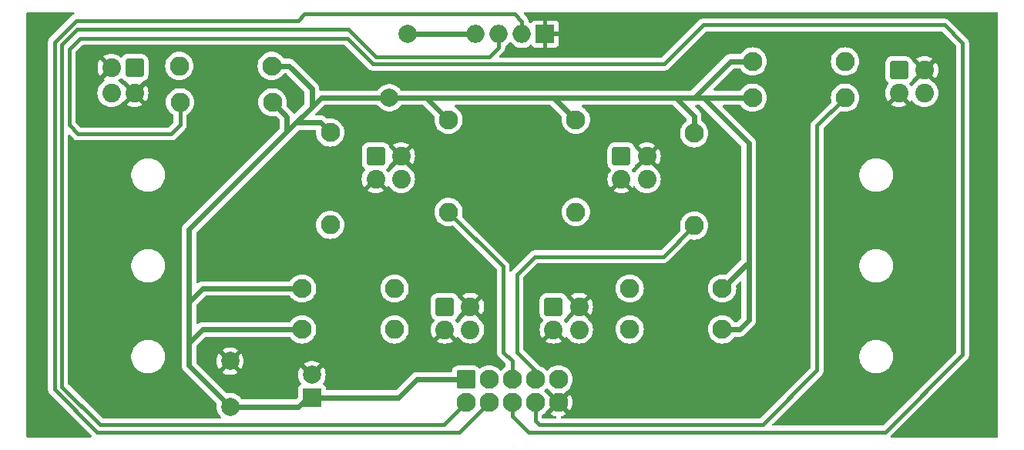
<source format=gbr>
%TF.GenerationSoftware,KiCad,Pcbnew,8.0.4*%
%TF.CreationDate,2025-10-07T11:11:27+02:00*%
%TF.ProjectId,RobotSuiveurDeLigne,526f626f-7453-4756-9976-65757244654c,rev?*%
%TF.SameCoordinates,Original*%
%TF.FileFunction,Copper,L1,Top*%
%TF.FilePolarity,Positive*%
%FSLAX46Y46*%
G04 Gerber Fmt 4.6, Leading zero omitted, Abs format (unit mm)*
G04 Created by KiCad (PCBNEW 8.0.4) date 2025-10-07 11:11:27*
%MOMM*%
%LPD*%
G01*
G04 APERTURE LIST*
G04 Aperture macros list*
%AMRoundRect*
0 Rectangle with rounded corners*
0 $1 Rounding radius*
0 $2 $3 $4 $5 $6 $7 $8 $9 X,Y pos of 4 corners*
0 Add a 4 corners polygon primitive as box body*
4,1,4,$2,$3,$4,$5,$6,$7,$8,$9,$2,$3,0*
0 Add four circle primitives for the rounded corners*
1,1,$1+$1,$2,$3*
1,1,$1+$1,$4,$5*
1,1,$1+$1,$6,$7*
1,1,$1+$1,$8,$9*
0 Add four rect primitives between the rounded corners*
20,1,$1+$1,$2,$3,$4,$5,0*
20,1,$1+$1,$4,$5,$6,$7,0*
20,1,$1+$1,$6,$7,$8,$9,0*
20,1,$1+$1,$8,$9,$2,$3,0*%
G04 Aperture macros list end*
%TA.AperFunction,ComponentPad*%
%ADD10RoundRect,0.319800X-0.705200X-0.705200X0.705200X-0.705200X0.705200X0.705200X-0.705200X0.705200X0*%
%TD*%
%TA.AperFunction,ComponentPad*%
%ADD11C,2.050000*%
%TD*%
%TA.AperFunction,ComponentPad*%
%ADD12C,2.100000*%
%TD*%
%TA.AperFunction,ComponentPad*%
%ADD13O,2.100000X2.100000*%
%TD*%
%TA.AperFunction,ComponentPad*%
%ADD14RoundRect,0.319800X-0.705200X0.705200X-0.705200X-0.705200X0.705200X-0.705200X0.705200X0.705200X0*%
%TD*%
%TA.AperFunction,ComponentPad*%
%ADD15C,2.000000*%
%TD*%
%TA.AperFunction,ComponentPad*%
%ADD16RoundRect,0.308824X-0.741176X0.741176X-0.741176X-0.741176X0.741176X-0.741176X0.741176X0.741176X0*%
%TD*%
%TA.AperFunction,ComponentPad*%
%ADD17R,2.000000X2.000000*%
%TD*%
%TA.AperFunction,ComponentPad*%
%ADD18O,2.000000X2.000000*%
%TD*%
%TA.AperFunction,ViaPad*%
%ADD19C,2.000000*%
%TD*%
%TA.AperFunction,Conductor*%
%ADD20C,0.600000*%
%TD*%
%TA.AperFunction,Conductor*%
%ADD21C,0.400000*%
%TD*%
G04 APERTURE END LIST*
D10*
%TO.P,U6,1,A*%
%TO.N,Net-(U6-A)*%
X186500000Y-66960000D03*
D11*
%TO.P,U6,2,K*%
%TO.N,GND*%
X186500000Y-69500000D03*
%TO.P,U6,3,C*%
%TO.N,/D1*%
X189300000Y-69500000D03*
%TO.P,U6,4,E*%
%TO.N,GND*%
X189300000Y-66960000D03*
%TD*%
D12*
%TO.P,R10,1*%
%TO.N,VCC*%
X117660000Y-70500000D03*
D13*
%TO.P,R10,2*%
%TO.N,/D0*%
X107500000Y-70500000D03*
%TD*%
D12*
%TO.P,R12,1*%
%TO.N,VCC*%
X170420000Y-70000000D03*
D13*
%TO.P,R12,2*%
%TO.N,/D1*%
X180580000Y-70000000D03*
%TD*%
D10*
%TO.P,U1,1,A*%
%TO.N,Net-(U1-A)*%
X136600000Y-93000000D03*
D11*
%TO.P,U1,2,K*%
%TO.N,GND*%
X136600000Y-95540000D03*
%TO.P,U1,3,C*%
%TO.N,/AN0*%
X139400000Y-95540000D03*
%TO.P,U1,4,E*%
%TO.N,GND*%
X139400000Y-93000000D03*
%TD*%
D12*
%TO.P,R2,1*%
%TO.N,VCC*%
X120920000Y-95500000D03*
D13*
%TO.P,R2,2*%
%TO.N,/AN0*%
X131080000Y-95500000D03*
%TD*%
D12*
%TO.P,R1,1*%
%TO.N,VCC*%
X120920000Y-91000000D03*
D13*
%TO.P,R1,2*%
%TO.N,Net-(U1-A)*%
X131080000Y-91000000D03*
%TD*%
D12*
%TO.P,R7,1*%
%TO.N,VCC*%
X167080000Y-91000000D03*
D13*
%TO.P,R7,2*%
%TO.N,Net-(U4-A)*%
X156920000Y-91000000D03*
%TD*%
D12*
%TO.P,R5,1*%
%TO.N,VCC*%
X151000000Y-72420000D03*
D13*
%TO.P,R5,2*%
%TO.N,Net-(U3-A)*%
X151000000Y-82580000D03*
%TD*%
D10*
%TO.P,U2,1,A*%
%TO.N,Net-(U2-A)*%
X129000000Y-76420000D03*
D11*
%TO.P,U2,2,K*%
%TO.N,GND*%
X129000000Y-78960000D03*
%TO.P,U2,3,C*%
%TO.N,/AN1*%
X131800000Y-78960000D03*
%TO.P,U2,4,E*%
%TO.N,GND*%
X131800000Y-76420000D03*
%TD*%
D12*
%TO.P,R6,1*%
%TO.N,VCC*%
X164000000Y-73920000D03*
D13*
%TO.P,R6,2*%
%TO.N,/AN2*%
X164000000Y-84080000D03*
%TD*%
D12*
%TO.P,R3,1*%
%TO.N,VCC*%
X124000000Y-73840000D03*
D13*
%TO.P,R3,2*%
%TO.N,Net-(U2-A)*%
X124000000Y-84000000D03*
%TD*%
D12*
%TO.P,R9,1*%
%TO.N,VCC*%
X117580000Y-66500000D03*
D13*
%TO.P,R9,2*%
%TO.N,Net-(U5-A)*%
X107420000Y-66500000D03*
%TD*%
D12*
%TO.P,R4,1*%
%TO.N,VCC*%
X137000000Y-72420000D03*
D13*
%TO.P,R4,2*%
%TO.N,/AN1*%
X137000000Y-82580000D03*
%TD*%
D12*
%TO.P,R11,1*%
%TO.N,VCC*%
X170420000Y-66000000D03*
D13*
%TO.P,R11,2*%
%TO.N,Net-(U6-A)*%
X180580000Y-66000000D03*
%TD*%
D14*
%TO.P,U5,1,A*%
%TO.N,Net-(U5-A)*%
X102500000Y-66700000D03*
D11*
%TO.P,U5,2,K*%
%TO.N,GND*%
X99960000Y-66700000D03*
%TO.P,U5,3,C*%
%TO.N,/D0*%
X99960000Y-69500000D03*
%TO.P,U5,4,E*%
%TO.N,GND*%
X102500000Y-69500000D03*
%TD*%
D10*
%TO.P,U4,1,A*%
%TO.N,Net-(U4-A)*%
X148550000Y-93000000D03*
D11*
%TO.P,U4,2,K*%
%TO.N,GND*%
X148550000Y-95540000D03*
%TO.P,U4,3,C*%
%TO.N,/AN3*%
X151350000Y-95540000D03*
%TO.P,U4,4,E*%
%TO.N,GND*%
X151350000Y-93000000D03*
%TD*%
D12*
%TO.P,R8,1*%
%TO.N,VCC*%
X167080000Y-95500000D03*
D13*
%TO.P,R8,2*%
%TO.N,/AN3*%
X156920000Y-95500000D03*
%TD*%
D10*
%TO.P,U3,1,A*%
%TO.N,Net-(U3-A)*%
X156000000Y-76460000D03*
D11*
%TO.P,U3,2,K*%
%TO.N,GND*%
X156000000Y-79000000D03*
%TO.P,U3,3,C*%
%TO.N,/AN2*%
X158800000Y-79000000D03*
%TO.P,U3,4,E*%
%TO.N,GND*%
X158800000Y-76460000D03*
%TD*%
D15*
%TO.P,C1,1*%
%TO.N,VCC*%
X113000000Y-104000000D03*
%TO.P,C1,2*%
%TO.N,GND*%
X113000000Y-99000000D03*
%TD*%
D16*
%TO.P,J2,1,Pin_1*%
%TO.N,VCC*%
X138920000Y-101000000D03*
D12*
%TO.P,J2,2,Pin_2*%
%TO.N,Net-(J2-Pin_2)*%
X138920000Y-103540000D03*
%TO.P,J2,3,Pin_3*%
%TO.N,/AN0*%
X141460000Y-101000000D03*
%TO.P,J2,4,Pin_4*%
%TO.N,Net-(J2-Pin_4)*%
X141460000Y-103540000D03*
%TO.P,J2,5,Pin_5*%
%TO.N,/AN1*%
X144000000Y-101000000D03*
%TO.P,J2,6,Pin_6*%
%TO.N,/D0*%
X144000000Y-103540000D03*
%TO.P,J2,7,Pin_7*%
%TO.N,/AN2*%
X146540000Y-101000000D03*
%TO.P,J2,8,Pin_8*%
%TO.N,/D1*%
X146540000Y-103540000D03*
%TO.P,J2,9,Pin_9*%
%TO.N,/AN3*%
X149080000Y-101000000D03*
%TO.P,J2,10,Pin_10*%
%TO.N,GND*%
X149080000Y-103540000D03*
%TD*%
D17*
%TO.P,C2,1*%
%TO.N,VCC*%
X122000000Y-103000000D03*
D15*
%TO.P,C2,2*%
%TO.N,GND*%
X122000000Y-100500000D03*
%TD*%
D18*
%TO.P,J1,Echo,Echo*%
%TO.N,Net-(J2-Pin_4)*%
X145080000Y-63000000D03*
D17*
%TO.P,J1,Gnd,Gnd*%
%TO.N,GND*%
X147620000Y-63000000D03*
D18*
%TO.P,J1,Trig,Trig*%
%TO.N,Net-(J2-Pin_2)*%
X142540000Y-63000000D03*
%TO.P,J1,Vcc,Vcc*%
%TO.N,VCC*%
X140000000Y-63000000D03*
%TD*%
D19*
%TO.N,GND*%
X160000000Y-102000000D03*
X155000000Y-63000000D03*
X93500000Y-105000000D03*
%TO.N,VCC*%
X132500000Y-63000000D03*
X130500000Y-70000000D03*
%TD*%
D20*
%TO.N,VCC*%
X133500000Y-101000000D02*
X131500000Y-103000000D01*
X148000000Y-70000000D02*
X148580000Y-70000000D01*
X164000000Y-72000000D02*
X164000000Y-73920000D01*
X169000000Y-95500000D02*
X167080000Y-95500000D01*
X108500000Y-84500000D02*
X119000000Y-74000000D01*
X119250000Y-72090000D02*
X117660000Y-70500000D01*
X170000000Y-88000000D02*
X170000000Y-88080000D01*
X134500000Y-70000000D02*
X148000000Y-70000000D01*
X168000000Y-66000000D02*
X170420000Y-66000000D01*
X123000000Y-70000000D02*
X130500000Y-70000000D01*
X170000000Y-88000000D02*
X170000000Y-94500000D01*
X148000000Y-70000000D02*
X162000000Y-70000000D01*
X162000000Y-70000000D02*
X164000000Y-72000000D01*
X134500000Y-70000000D02*
X134580000Y-70000000D01*
X122910000Y-72750000D02*
X124000000Y-73840000D01*
X170000000Y-94500000D02*
X169000000Y-95500000D01*
X113000000Y-104000000D02*
X108500000Y-99500000D01*
X110000000Y-91000000D02*
X120920000Y-91000000D01*
X110000000Y-95500000D02*
X120920000Y-95500000D01*
X119250000Y-73750000D02*
X119250000Y-72090000D01*
X122000000Y-69000000D02*
X119500000Y-66500000D01*
X122000000Y-71000000D02*
X122000000Y-69000000D01*
X164000000Y-70000000D02*
X168000000Y-66000000D01*
X120250000Y-72750000D02*
X122910000Y-72750000D01*
X138920000Y-101000000D02*
X133500000Y-101000000D01*
X108500000Y-97000000D02*
X110000000Y-95500000D01*
X108500000Y-92500000D02*
X110000000Y-91000000D01*
X148580000Y-70000000D02*
X151000000Y-72420000D01*
X170000000Y-88080000D02*
X167080000Y-91000000D01*
X122000000Y-71000000D02*
X123000000Y-70000000D01*
X108500000Y-99500000D02*
X108500000Y-97000000D01*
X134580000Y-70000000D02*
X137000000Y-72420000D01*
X120250000Y-72750000D02*
X121000000Y-72000000D01*
X119500000Y-66500000D02*
X117580000Y-66500000D01*
X119000000Y-74000000D02*
X120250000Y-72750000D01*
X162000000Y-70000000D02*
X164000000Y-70000000D01*
X122000000Y-103000000D02*
X121500000Y-103000000D01*
X170000000Y-75000000D02*
X170000000Y-88000000D01*
X120500000Y-104000000D02*
X113000000Y-104000000D01*
X108500000Y-97000000D02*
X108500000Y-92500000D01*
X119000000Y-74000000D02*
X119250000Y-73750000D01*
X121000000Y-72000000D02*
X122000000Y-71000000D01*
X140000000Y-63000000D02*
X132500000Y-63000000D01*
X131500000Y-103000000D02*
X122000000Y-103000000D01*
X164000000Y-70000000D02*
X165000000Y-70000000D01*
X165000000Y-70000000D02*
X170420000Y-70000000D01*
X165000000Y-70000000D02*
X170000000Y-75000000D01*
X108500000Y-92500000D02*
X108500000Y-84500000D01*
X130500000Y-70000000D02*
X134500000Y-70000000D01*
X121500000Y-103000000D02*
X120500000Y-104000000D01*
D21*
%TO.N,Net-(J2-Pin_2)*%
X94500000Y-101800000D02*
X94500000Y-64200000D01*
X126000000Y-62500000D02*
X129000000Y-65500000D01*
X94500000Y-64200000D02*
X96200000Y-62500000D01*
X141500000Y-65500000D02*
X142540000Y-64460000D01*
X96200000Y-62500000D02*
X126000000Y-62500000D01*
X136460000Y-106000000D02*
X98700000Y-106000000D01*
X98700000Y-106000000D02*
X94500000Y-101800000D01*
X138920000Y-103540000D02*
X136460000Y-106000000D01*
X129000000Y-65500000D02*
X141500000Y-65500000D01*
X142540000Y-64460000D02*
X142540000Y-63000000D01*
%TO.N,Net-(J2-Pin_4)*%
X121200000Y-60800000D02*
X144300000Y-60800000D01*
X144300000Y-60800000D02*
X145080000Y-61580000D01*
X145080000Y-61580000D02*
X145080000Y-63000000D01*
X98368629Y-106800000D02*
X93700000Y-102131371D01*
X141460000Y-103540000D02*
X138200000Y-106800000D01*
X96068629Y-61500000D02*
X120500000Y-61500000D01*
X138200000Y-106800000D02*
X98368629Y-106800000D01*
X93700000Y-102131371D02*
X93700000Y-63868629D01*
X93700000Y-63868629D02*
X96068629Y-61500000D01*
X120500000Y-61500000D02*
X121200000Y-60800000D01*
%TO.N,/AN2*%
X146500000Y-87500000D02*
X160580000Y-87500000D01*
X158920000Y-79000000D02*
X158800000Y-79000000D01*
X160580000Y-87500000D02*
X164000000Y-84080000D01*
X144500000Y-89500000D02*
X146500000Y-87500000D01*
X144500000Y-98000000D02*
X144500000Y-89500000D01*
X146540000Y-100040000D02*
X144500000Y-98000000D01*
X146540000Y-101000000D02*
X146540000Y-100040000D01*
%TO.N,/D1*%
X177500000Y-100000000D02*
X177500000Y-73080000D01*
X177500000Y-73080000D02*
X180580000Y-70000000D01*
X146540000Y-105540000D02*
X147000000Y-106000000D01*
X147000000Y-106000000D02*
X171500000Y-106000000D01*
X171500000Y-106000000D02*
X177500000Y-100000000D01*
X146540000Y-103540000D02*
X146540000Y-105540000D01*
%TO.N,/D0*%
X144000000Y-105024924D02*
X145775076Y-106800000D01*
X185000000Y-106800000D02*
X193500000Y-98300000D01*
X96300000Y-74000000D02*
X106500000Y-74000000D01*
X125868629Y-63500000D02*
X96500000Y-63500000D01*
X145775076Y-106800000D02*
X185000000Y-106800000D01*
X144000000Y-103540000D02*
X144000000Y-105024924D01*
X193500000Y-64000000D02*
X191500000Y-62000000D01*
X95300000Y-73000000D02*
X96300000Y-74000000D01*
X106500000Y-74000000D02*
X107500000Y-73000000D01*
X193500000Y-98300000D02*
X193500000Y-64000000D01*
X107500000Y-73000000D02*
X107500000Y-70500000D01*
X128668629Y-66300000D02*
X125868629Y-63500000D01*
X191500000Y-62000000D02*
X165000000Y-62000000D01*
X95300000Y-64700000D02*
X95300000Y-73000000D01*
X96500000Y-63500000D02*
X95300000Y-64700000D01*
X165000000Y-62000000D02*
X160700000Y-66300000D01*
X160700000Y-66300000D02*
X128668629Y-66300000D01*
%TO.N,/AN1*%
X144000000Y-99000000D02*
X143000000Y-98000000D01*
X143000000Y-88580000D02*
X137000000Y-82580000D01*
X144000000Y-101000000D02*
X144000000Y-99000000D01*
X143000000Y-98000000D02*
X143000000Y-88580000D01*
%TD*%
%TA.AperFunction,Conductor*%
%TO.N,GND*%
G36*
X95853368Y-60620185D02*
G01*
X95899123Y-60672989D01*
X95909067Y-60742147D01*
X95880042Y-60805703D01*
X95833782Y-60839061D01*
X95736819Y-60879224D01*
X95622083Y-60955887D01*
X93155887Y-63422083D01*
X93079222Y-63536821D01*
X93026421Y-63664296D01*
X93026418Y-63664308D01*
X93007484Y-63759498D01*
X93007484Y-63759501D01*
X93000288Y-63795677D01*
X92999500Y-63799636D01*
X92999500Y-102062377D01*
X92999500Y-102200365D01*
X92999500Y-102200367D01*
X92999499Y-102200367D01*
X93026418Y-102335693D01*
X93026421Y-102335703D01*
X93079222Y-102463178D01*
X93155887Y-102577916D01*
X93155888Y-102577917D01*
X97765792Y-107187819D01*
X97799277Y-107249142D01*
X97794293Y-107318834D01*
X97752421Y-107374767D01*
X97686957Y-107399184D01*
X97678111Y-107399500D01*
X90724500Y-107399500D01*
X90657461Y-107379815D01*
X90611706Y-107327011D01*
X90600500Y-107275500D01*
X90600500Y-60724500D01*
X90620185Y-60657461D01*
X90672989Y-60611706D01*
X90724500Y-60600500D01*
X95786329Y-60600500D01*
X95853368Y-60620185D01*
G37*
%TD.AperFunction*%
%TA.AperFunction,Conductor*%
G36*
X197342539Y-60620185D02*
G01*
X197388294Y-60672989D01*
X197399500Y-60724500D01*
X197399500Y-107275500D01*
X197379815Y-107342539D01*
X197327011Y-107388294D01*
X197275500Y-107399500D01*
X185690520Y-107399500D01*
X185623481Y-107379815D01*
X185577726Y-107327011D01*
X185567782Y-107257853D01*
X185596807Y-107194297D01*
X185602839Y-107187819D01*
X194044111Y-98746546D01*
X194044112Y-98746545D01*
X194044114Y-98746543D01*
X194120775Y-98631811D01*
X194173580Y-98504329D01*
X194179300Y-98475566D01*
X194185074Y-98446545D01*
X194185074Y-98446542D01*
X194200500Y-98368993D01*
X194200500Y-63931007D01*
X194200500Y-63931004D01*
X194173581Y-63795677D01*
X194173580Y-63795676D01*
X194173580Y-63795672D01*
X194158596Y-63759498D01*
X194120777Y-63668193D01*
X194120772Y-63668184D01*
X194112554Y-63655885D01*
X194112553Y-63655884D01*
X194044112Y-63553454D01*
X191946546Y-61455888D01*
X191831807Y-61379222D01*
X191704332Y-61326421D01*
X191704322Y-61326418D01*
X191568996Y-61299500D01*
X191568994Y-61299500D01*
X191568993Y-61299500D01*
X164931007Y-61299500D01*
X164931003Y-61299500D01*
X164822590Y-61321065D01*
X164822589Y-61321065D01*
X164809131Y-61323742D01*
X164795673Y-61326419D01*
X164758330Y-61341887D01*
X164668190Y-61379224D01*
X164668186Y-61379226D01*
X164553462Y-61455882D01*
X164553459Y-61455884D01*
X164553457Y-61455887D01*
X160446162Y-65563181D01*
X160384839Y-65596666D01*
X160358481Y-65599500D01*
X142690519Y-65599500D01*
X142623480Y-65579815D01*
X142577725Y-65527011D01*
X142567781Y-65457853D01*
X142596806Y-65394297D01*
X142602838Y-65387819D01*
X143084112Y-64906545D01*
X143084114Y-64906543D01*
X143160775Y-64791811D01*
X143213580Y-64664328D01*
X143240500Y-64528994D01*
X143240500Y-64400931D01*
X143260185Y-64333892D01*
X143305483Y-64291876D01*
X143363509Y-64260474D01*
X143559744Y-64107738D01*
X143718771Y-63934988D01*
X143778657Y-63898999D01*
X143848495Y-63901099D01*
X143901228Y-63934988D01*
X144060256Y-64107738D01*
X144256491Y-64260474D01*
X144475190Y-64378828D01*
X144710386Y-64459571D01*
X144955665Y-64500500D01*
X145204335Y-64500500D01*
X145449614Y-64459571D01*
X145684810Y-64378828D01*
X145903509Y-64260474D01*
X145987201Y-64195333D01*
X146052192Y-64169692D01*
X146120732Y-64183258D01*
X146171057Y-64231726D01*
X146172290Y-64234361D01*
X146172396Y-64234304D01*
X146176649Y-64242093D01*
X146262809Y-64357187D01*
X146262812Y-64357190D01*
X146377906Y-64443350D01*
X146377913Y-64443354D01*
X146512620Y-64493596D01*
X146512627Y-64493598D01*
X146572155Y-64499999D01*
X146572172Y-64500000D01*
X147370000Y-64500000D01*
X147370000Y-63315686D01*
X147374394Y-63320080D01*
X147465606Y-63372741D01*
X147567339Y-63400000D01*
X147672661Y-63400000D01*
X147774394Y-63372741D01*
X147865606Y-63320080D01*
X147870000Y-63315686D01*
X147870000Y-64500000D01*
X148667828Y-64500000D01*
X148667844Y-64499999D01*
X148727372Y-64493598D01*
X148727379Y-64493596D01*
X148862086Y-64443354D01*
X148862093Y-64443350D01*
X148977187Y-64357190D01*
X148977190Y-64357187D01*
X149063350Y-64242093D01*
X149063354Y-64242086D01*
X149113596Y-64107379D01*
X149113598Y-64107372D01*
X149119999Y-64047844D01*
X149120000Y-64047827D01*
X149120000Y-63250000D01*
X147935686Y-63250000D01*
X147940080Y-63245606D01*
X147992741Y-63154394D01*
X148020000Y-63052661D01*
X148020000Y-62947339D01*
X147992741Y-62845606D01*
X147940080Y-62754394D01*
X147935686Y-62750000D01*
X149120000Y-62750000D01*
X149120000Y-61952172D01*
X149119999Y-61952155D01*
X149113598Y-61892627D01*
X149113596Y-61892620D01*
X149063354Y-61757913D01*
X149063350Y-61757906D01*
X148977190Y-61642812D01*
X148977187Y-61642809D01*
X148862093Y-61556649D01*
X148862086Y-61556645D01*
X148727379Y-61506403D01*
X148727372Y-61506401D01*
X148667844Y-61500000D01*
X147870000Y-61500000D01*
X147870000Y-62684314D01*
X147865606Y-62679920D01*
X147774394Y-62627259D01*
X147672661Y-62600000D01*
X147567339Y-62600000D01*
X147465606Y-62627259D01*
X147374394Y-62679920D01*
X147370000Y-62684314D01*
X147370000Y-61500000D01*
X146572155Y-61500000D01*
X146512627Y-61506401D01*
X146512620Y-61506403D01*
X146377913Y-61556645D01*
X146377906Y-61556649D01*
X146262812Y-61642809D01*
X146262809Y-61642812D01*
X146176649Y-61757906D01*
X146172396Y-61765696D01*
X146169217Y-61763960D01*
X146137596Y-61806135D01*
X146072113Y-61830502D01*
X146003851Y-61815598D01*
X145987199Y-61804665D01*
X145980563Y-61799500D01*
X145903509Y-61739526D01*
X145845481Y-61708122D01*
X145795891Y-61658904D01*
X145780500Y-61599069D01*
X145780500Y-61511004D01*
X145753581Y-61375677D01*
X145753580Y-61375676D01*
X145753580Y-61375672D01*
X145739586Y-61341887D01*
X145700776Y-61248191D01*
X145700775Y-61248189D01*
X145647321Y-61168189D01*
X145624114Y-61133457D01*
X145624112Y-61133455D01*
X145624110Y-61133452D01*
X145302838Y-60812181D01*
X145269353Y-60750858D01*
X145274337Y-60681167D01*
X145316208Y-60625233D01*
X145381673Y-60600816D01*
X145390519Y-60600500D01*
X197275500Y-60600500D01*
X197342539Y-60620185D01*
G37*
%TD.AperFunction*%
%TA.AperFunction,Conductor*%
G36*
X139000000Y-93052661D02*
G01*
X139027259Y-93154394D01*
X139079920Y-93245606D01*
X139154394Y-93320080D01*
X139245606Y-93372741D01*
X139347339Y-93400000D01*
X139353553Y-93400000D01*
X138503308Y-94250243D01*
X138496200Y-94292203D01*
X138465261Y-94332177D01*
X138317973Y-94457973D01*
X138162025Y-94640563D01*
X138162024Y-94640566D01*
X138105434Y-94732913D01*
X138053622Y-94779788D01*
X137984693Y-94791211D01*
X137920530Y-94763554D01*
X137893980Y-94732913D01*
X137837568Y-94640857D01*
X137837564Y-94640852D01*
X137763289Y-94553888D01*
X137734718Y-94490127D01*
X137745155Y-94421041D01*
X137791286Y-94368565D01*
X137791291Y-94368561D01*
X137819885Y-94350595D01*
X137950595Y-94219885D01*
X138048942Y-94063367D01*
X138078709Y-93978296D01*
X138119429Y-93921521D01*
X138128536Y-93917910D01*
X139000000Y-93046446D01*
X139000000Y-93052661D01*
G37*
%TD.AperFunction*%
%TA.AperFunction,Conductor*%
G36*
X150950000Y-93052661D02*
G01*
X150977259Y-93154394D01*
X151029920Y-93245606D01*
X151104394Y-93320080D01*
X151195606Y-93372741D01*
X151297339Y-93400000D01*
X151303553Y-93400000D01*
X150453308Y-94250243D01*
X150446200Y-94292203D01*
X150415261Y-94332177D01*
X150267973Y-94457973D01*
X150112025Y-94640563D01*
X150112024Y-94640566D01*
X150055434Y-94732913D01*
X150003622Y-94779788D01*
X149934693Y-94791211D01*
X149870530Y-94763554D01*
X149843980Y-94732913D01*
X149787568Y-94640857D01*
X149787564Y-94640852D01*
X149713289Y-94553888D01*
X149684718Y-94490127D01*
X149695155Y-94421041D01*
X149741286Y-94368565D01*
X149741291Y-94368561D01*
X149769885Y-94350595D01*
X149900595Y-94219885D01*
X149998942Y-94063367D01*
X150028709Y-93978296D01*
X150069429Y-93921521D01*
X150078536Y-93917910D01*
X150950000Y-93046446D01*
X150950000Y-93052661D01*
G37*
%TD.AperFunction*%
%TA.AperFunction,Conductor*%
G36*
X158400000Y-76512661D02*
G01*
X158427259Y-76614394D01*
X158479920Y-76705606D01*
X158554394Y-76780080D01*
X158645606Y-76832741D01*
X158747339Y-76860000D01*
X158753553Y-76860000D01*
X157903308Y-77710243D01*
X157896200Y-77752203D01*
X157865261Y-77792177D01*
X157717973Y-77917973D01*
X157562025Y-78100563D01*
X157562024Y-78100566D01*
X157505434Y-78192913D01*
X157453622Y-78239788D01*
X157384693Y-78251211D01*
X157320530Y-78223554D01*
X157293980Y-78192913D01*
X157237568Y-78100857D01*
X157237564Y-78100852D01*
X157163289Y-78013888D01*
X157134718Y-77950127D01*
X157145155Y-77881041D01*
X157191286Y-77828565D01*
X157191291Y-77828561D01*
X157219885Y-77810595D01*
X157350595Y-77679885D01*
X157448942Y-77523367D01*
X157478709Y-77438296D01*
X157519429Y-77381521D01*
X157528536Y-77377910D01*
X158400000Y-76506446D01*
X158400000Y-76512661D01*
G37*
%TD.AperFunction*%
%TA.AperFunction,Conductor*%
G36*
X131400000Y-76472661D02*
G01*
X131427259Y-76574394D01*
X131479920Y-76665606D01*
X131554394Y-76740080D01*
X131645606Y-76792741D01*
X131747339Y-76820000D01*
X131753553Y-76820000D01*
X130903308Y-77670243D01*
X130896200Y-77712203D01*
X130865261Y-77752177D01*
X130717973Y-77877973D01*
X130562025Y-78060563D01*
X130562024Y-78060566D01*
X130505434Y-78152913D01*
X130453622Y-78199788D01*
X130384693Y-78211211D01*
X130320530Y-78183554D01*
X130293980Y-78152913D01*
X130237568Y-78060857D01*
X130237564Y-78060852D01*
X130163289Y-77973888D01*
X130134718Y-77910127D01*
X130145155Y-77841041D01*
X130191286Y-77788565D01*
X130191291Y-77788561D01*
X130219885Y-77770595D01*
X130350595Y-77639885D01*
X130448942Y-77483367D01*
X130478709Y-77398296D01*
X130519429Y-77341521D01*
X130528536Y-77337910D01*
X131400000Y-76466446D01*
X131400000Y-76472661D01*
G37*
%TD.AperFunction*%
%TA.AperFunction,Conductor*%
G36*
X101078958Y-67845156D02*
G01*
X101131434Y-67891287D01*
X101131636Y-67891607D01*
X101149403Y-67919882D01*
X101149405Y-67919885D01*
X101280115Y-68050595D01*
X101436633Y-68148942D01*
X101521701Y-68178708D01*
X101578477Y-68219430D01*
X101582085Y-68228533D01*
X102453553Y-69100000D01*
X102447339Y-69100000D01*
X102345606Y-69127259D01*
X102254394Y-69179920D01*
X102179920Y-69254394D01*
X102127259Y-69345606D01*
X102100000Y-69447339D01*
X102100000Y-69453553D01*
X101249754Y-68603307D01*
X101207797Y-68596200D01*
X101167823Y-68565261D01*
X101129875Y-68520830D01*
X101042027Y-68417973D01*
X100859439Y-68262028D01*
X100813159Y-68233668D01*
X100767087Y-68205435D01*
X100720211Y-68153623D01*
X100708788Y-68084693D01*
X100736445Y-68020530D01*
X100767086Y-67993979D01*
X100859149Y-67937562D01*
X100946111Y-67863290D01*
X101009872Y-67834719D01*
X101078958Y-67845156D01*
G37*
%TD.AperFunction*%
%TA.AperFunction,Conductor*%
G36*
X188900000Y-67012661D02*
G01*
X188927259Y-67114394D01*
X188979920Y-67205606D01*
X189054394Y-67280080D01*
X189145606Y-67332741D01*
X189247339Y-67360000D01*
X189253553Y-67360000D01*
X188403308Y-68210243D01*
X188396200Y-68252203D01*
X188365261Y-68292177D01*
X188217973Y-68417973D01*
X188062025Y-68600563D01*
X188062024Y-68600566D01*
X188005434Y-68692913D01*
X187953622Y-68739788D01*
X187884693Y-68751211D01*
X187820530Y-68723554D01*
X187793980Y-68692913D01*
X187737568Y-68600857D01*
X187737564Y-68600852D01*
X187663289Y-68513888D01*
X187634718Y-68450127D01*
X187645155Y-68381041D01*
X187691286Y-68328565D01*
X187691291Y-68328561D01*
X187719885Y-68310595D01*
X187850595Y-68179885D01*
X187948942Y-68023367D01*
X187978709Y-67938296D01*
X188019429Y-67881521D01*
X188028536Y-67877910D01*
X188900000Y-67006446D01*
X188900000Y-67012661D01*
G37*
%TD.AperFunction*%
%TA.AperFunction,Conductor*%
G36*
X191225520Y-62720185D02*
G01*
X191246162Y-62736819D01*
X192763181Y-64253838D01*
X192796666Y-64315161D01*
X192799500Y-64341519D01*
X192799500Y-97958481D01*
X192779815Y-98025520D01*
X192763181Y-98046162D01*
X184746162Y-106063181D01*
X184684839Y-106096666D01*
X184658481Y-106099500D01*
X172690519Y-106099500D01*
X172623480Y-106079815D01*
X172577725Y-106027011D01*
X172567781Y-105957853D01*
X172596806Y-105894297D01*
X172602838Y-105887819D01*
X178044107Y-100446550D01*
X178044109Y-100446546D01*
X178044113Y-100446543D01*
X178100458Y-100362218D01*
X178120775Y-100331811D01*
X178157011Y-100244329D01*
X178173580Y-100204329D01*
X178192543Y-100108994D01*
X178200500Y-100068993D01*
X178200500Y-98378711D01*
X182149500Y-98378711D01*
X182149500Y-98621288D01*
X182181161Y-98861785D01*
X182243947Y-99096104D01*
X182318624Y-99276389D01*
X182336776Y-99320212D01*
X182458064Y-99530289D01*
X182458066Y-99530292D01*
X182458067Y-99530293D01*
X182605733Y-99722736D01*
X182605739Y-99722743D01*
X182777256Y-99894260D01*
X182777263Y-99894266D01*
X182890321Y-99981018D01*
X182969711Y-100041936D01*
X183179788Y-100163224D01*
X183325571Y-100223609D01*
X183394764Y-100252270D01*
X183403900Y-100256054D01*
X183638211Y-100318838D01*
X183818586Y-100342584D01*
X183878711Y-100350500D01*
X183878712Y-100350500D01*
X184121289Y-100350500D01*
X184169388Y-100344167D01*
X184361789Y-100318838D01*
X184596100Y-100256054D01*
X184820212Y-100163224D01*
X185030289Y-100041936D01*
X185222738Y-99894265D01*
X185394265Y-99722738D01*
X185541936Y-99530289D01*
X185663224Y-99320212D01*
X185756054Y-99096100D01*
X185818838Y-98861789D01*
X185850500Y-98621288D01*
X185850500Y-98378712D01*
X185849220Y-98368993D01*
X185827542Y-98204328D01*
X185818838Y-98138211D01*
X185756054Y-97903900D01*
X185663224Y-97679788D01*
X185541936Y-97469711D01*
X185394265Y-97277262D01*
X185394260Y-97277256D01*
X185222743Y-97105739D01*
X185222736Y-97105733D01*
X185030293Y-96958067D01*
X185030292Y-96958066D01*
X185030289Y-96958064D01*
X184820212Y-96836776D01*
X184820205Y-96836773D01*
X184596104Y-96743947D01*
X184361785Y-96681161D01*
X184121289Y-96649500D01*
X184121288Y-96649500D01*
X183878712Y-96649500D01*
X183878711Y-96649500D01*
X183638214Y-96681161D01*
X183403895Y-96743947D01*
X183179794Y-96836773D01*
X183179785Y-96836777D01*
X182969706Y-96958067D01*
X182777263Y-97105733D01*
X182777256Y-97105739D01*
X182605739Y-97277256D01*
X182605733Y-97277263D01*
X182458067Y-97469706D01*
X182336777Y-97679785D01*
X182336773Y-97679794D01*
X182243947Y-97903895D01*
X182181161Y-98138214D01*
X182149500Y-98378711D01*
X178200500Y-98378711D01*
X178200500Y-88378711D01*
X182149500Y-88378711D01*
X182149500Y-88378712D01*
X182149500Y-88621288D01*
X182181162Y-88861789D01*
X182212554Y-88978944D01*
X182243947Y-89096104D01*
X182265981Y-89149298D01*
X182336776Y-89320212D01*
X182458064Y-89530289D01*
X182458066Y-89530292D01*
X182458067Y-89530293D01*
X182605733Y-89722736D01*
X182605739Y-89722743D01*
X182777256Y-89894260D01*
X182777262Y-89894265D01*
X182969711Y-90041936D01*
X183179788Y-90163224D01*
X183403900Y-90256054D01*
X183638211Y-90318838D01*
X183818586Y-90342584D01*
X183878711Y-90350500D01*
X183878712Y-90350500D01*
X184121289Y-90350500D01*
X184169388Y-90344167D01*
X184361789Y-90318838D01*
X184596100Y-90256054D01*
X184820212Y-90163224D01*
X185030289Y-90041936D01*
X185222738Y-89894265D01*
X185394265Y-89722738D01*
X185541936Y-89530289D01*
X185663224Y-89320212D01*
X185756054Y-89096100D01*
X185818838Y-88861789D01*
X185850500Y-88621288D01*
X185850500Y-88378712D01*
X185850100Y-88375677D01*
X185833317Y-88248195D01*
X185818838Y-88138211D01*
X185756054Y-87903900D01*
X185663224Y-87679788D01*
X185541936Y-87469711D01*
X185394265Y-87277262D01*
X185394260Y-87277256D01*
X185222743Y-87105739D01*
X185222736Y-87105733D01*
X185030293Y-86958067D01*
X185030292Y-86958066D01*
X185030289Y-86958064D01*
X184820212Y-86836776D01*
X184795213Y-86826421D01*
X184596104Y-86743947D01*
X184361785Y-86681161D01*
X184121289Y-86649500D01*
X184121288Y-86649500D01*
X183878712Y-86649500D01*
X183878711Y-86649500D01*
X183638214Y-86681161D01*
X183403895Y-86743947D01*
X183179794Y-86836773D01*
X183179785Y-86836777D01*
X182997851Y-86941817D01*
X182973484Y-86955886D01*
X182969706Y-86958067D01*
X182777263Y-87105733D01*
X182777256Y-87105739D01*
X182605739Y-87277256D01*
X182605733Y-87277263D01*
X182458067Y-87469706D01*
X182336777Y-87679785D01*
X182336773Y-87679794D01*
X182243947Y-87903895D01*
X182181161Y-88138214D01*
X182149500Y-88378711D01*
X178200500Y-88378711D01*
X178200500Y-78378711D01*
X182149500Y-78378711D01*
X182149500Y-78621288D01*
X182181161Y-78861785D01*
X182243947Y-79096104D01*
X182303259Y-79239295D01*
X182336776Y-79320212D01*
X182458064Y-79530289D01*
X182458066Y-79530292D01*
X182458067Y-79530293D01*
X182605733Y-79722736D01*
X182605739Y-79722743D01*
X182777256Y-79894260D01*
X182777262Y-79894265D01*
X182969711Y-80041936D01*
X183179788Y-80163224D01*
X183403900Y-80256054D01*
X183638211Y-80318838D01*
X183818586Y-80342584D01*
X183878711Y-80350500D01*
X183878712Y-80350500D01*
X184121289Y-80350500D01*
X184169388Y-80344167D01*
X184361789Y-80318838D01*
X184596100Y-80256054D01*
X184820212Y-80163224D01*
X185030289Y-80041936D01*
X185222738Y-79894265D01*
X185394265Y-79722738D01*
X185541936Y-79530289D01*
X185663224Y-79320212D01*
X185756054Y-79096100D01*
X185818838Y-78861789D01*
X185850500Y-78621288D01*
X185850500Y-78378712D01*
X185818838Y-78138211D01*
X185756054Y-77903900D01*
X185663224Y-77679788D01*
X185541936Y-77469711D01*
X185394265Y-77277262D01*
X185394260Y-77277256D01*
X185222743Y-77105739D01*
X185222736Y-77105733D01*
X185030293Y-76958067D01*
X185030292Y-76958066D01*
X185030289Y-76958064D01*
X184820212Y-76836776D01*
X184810471Y-76832741D01*
X184596104Y-76743947D01*
X184361785Y-76681161D01*
X184121289Y-76649500D01*
X184121288Y-76649500D01*
X183878712Y-76649500D01*
X183878711Y-76649500D01*
X183638214Y-76681161D01*
X183403895Y-76743947D01*
X183179794Y-76836773D01*
X183179785Y-76836777D01*
X182969706Y-76958067D01*
X182777263Y-77105733D01*
X182777256Y-77105739D01*
X182605739Y-77277256D01*
X182605733Y-77277263D01*
X182458067Y-77469706D01*
X182458064Y-77469710D01*
X182458064Y-77469711D01*
X182450180Y-77483366D01*
X182336777Y-77679785D01*
X182336773Y-77679794D01*
X182243947Y-77903895D01*
X182181161Y-78138214D01*
X182149500Y-78378711D01*
X178200500Y-78378711D01*
X178200500Y-73421518D01*
X178220185Y-73354479D01*
X178236814Y-73333842D01*
X180043912Y-71526743D01*
X180105233Y-71493260D01*
X180160533Y-71493851D01*
X180336698Y-71536146D01*
X180580000Y-71555294D01*
X180823302Y-71536146D01*
X181060612Y-71479172D01*
X181286089Y-71385777D01*
X181494179Y-71258259D01*
X181679759Y-71099759D01*
X181838259Y-70914179D01*
X181965777Y-70706089D01*
X182059172Y-70480612D01*
X182116146Y-70243302D01*
X182135294Y-70000000D01*
X182116146Y-69756698D01*
X182059172Y-69519388D01*
X182051142Y-69500001D01*
X182051142Y-69500000D01*
X184970284Y-69500000D01*
X184989116Y-69739295D01*
X185045155Y-69972711D01*
X185045158Y-69972719D01*
X185137010Y-70194473D01*
X185137012Y-70194476D01*
X185256684Y-70389762D01*
X186100000Y-69546446D01*
X186100000Y-69552661D01*
X186127259Y-69654394D01*
X186179920Y-69745606D01*
X186254394Y-69820080D01*
X186345606Y-69872741D01*
X186447339Y-69900000D01*
X186453553Y-69900000D01*
X185610236Y-70743314D01*
X185805523Y-70862987D01*
X185805526Y-70862989D01*
X186027280Y-70954841D01*
X186027288Y-70954844D01*
X186260704Y-71010883D01*
X186500000Y-71029715D01*
X186739295Y-71010883D01*
X186972711Y-70954844D01*
X186972719Y-70954841D01*
X187194473Y-70862989D01*
X187194476Y-70862987D01*
X187389762Y-70743315D01*
X187389762Y-70743314D01*
X186546447Y-69900000D01*
X186552661Y-69900000D01*
X186654394Y-69872741D01*
X186745606Y-69820080D01*
X186820080Y-69745606D01*
X186872741Y-69654394D01*
X186900000Y-69552661D01*
X186900000Y-69546448D01*
X187743314Y-70389762D01*
X187793978Y-70307086D01*
X187845790Y-70260210D01*
X187914720Y-70248787D01*
X187978883Y-70276444D01*
X188005433Y-70307085D01*
X188062024Y-70399434D01*
X188062025Y-70399436D01*
X188092176Y-70434738D01*
X188217973Y-70582027D01*
X188400561Y-70737972D01*
X188409280Y-70743315D01*
X188605297Y-70863434D01*
X188654596Y-70883854D01*
X188827137Y-70955323D01*
X189060621Y-71011377D01*
X189300000Y-71030217D01*
X189539379Y-71011377D01*
X189772863Y-70955323D01*
X189994704Y-70863433D01*
X190199439Y-70737972D01*
X190382027Y-70582027D01*
X190537972Y-70399439D01*
X190663433Y-70194704D01*
X190663528Y-70194476D01*
X190675171Y-70166365D01*
X190755323Y-69972863D01*
X190811377Y-69739379D01*
X190830217Y-69500000D01*
X190811377Y-69260621D01*
X190755323Y-69027137D01*
X190699455Y-68892261D01*
X190663434Y-68805297D01*
X190550602Y-68621172D01*
X190537972Y-68600561D01*
X190382027Y-68417973D01*
X190256304Y-68310595D01*
X190234737Y-68292175D01*
X190196544Y-68233668D01*
X190194278Y-68207831D01*
X189346447Y-67360000D01*
X189352661Y-67360000D01*
X189454394Y-67332741D01*
X189545606Y-67280080D01*
X189620080Y-67205606D01*
X189672741Y-67114394D01*
X189700000Y-67012661D01*
X189700000Y-67006447D01*
X190543314Y-67849762D01*
X190543315Y-67849762D01*
X190662987Y-67654476D01*
X190662989Y-67654473D01*
X190754841Y-67432719D01*
X190754844Y-67432711D01*
X190810883Y-67199295D01*
X190829715Y-66960000D01*
X190810883Y-66720704D01*
X190754844Y-66487288D01*
X190754841Y-66487280D01*
X190662989Y-66265526D01*
X190662987Y-66265523D01*
X190543314Y-66070236D01*
X189700000Y-66913551D01*
X189700000Y-66907339D01*
X189672741Y-66805606D01*
X189620080Y-66714394D01*
X189545606Y-66639920D01*
X189454394Y-66587259D01*
X189352661Y-66560000D01*
X189346448Y-66560000D01*
X190189762Y-65716684D01*
X189994476Y-65597012D01*
X189994473Y-65597010D01*
X189772719Y-65505158D01*
X189772711Y-65505155D01*
X189539295Y-65449116D01*
X189300000Y-65430284D01*
X189060704Y-65449116D01*
X188827288Y-65505155D01*
X188827280Y-65505158D01*
X188605526Y-65597010D01*
X188605523Y-65597012D01*
X188410236Y-65716684D01*
X189253553Y-66560000D01*
X189247339Y-66560000D01*
X189145606Y-66587259D01*
X189054394Y-66639920D01*
X188979920Y-66714394D01*
X188927259Y-66805606D01*
X188900000Y-66907339D01*
X188900000Y-66913552D01*
X188014156Y-66027708D01*
X188014337Y-66027526D01*
X187989787Y-66005151D01*
X187978708Y-65981701D01*
X187948941Y-65896631D01*
X187884397Y-65793910D01*
X187850595Y-65740115D01*
X187719885Y-65609405D01*
X187576624Y-65519388D01*
X187563369Y-65511059D01*
X187563368Y-65511058D01*
X187563367Y-65511058D01*
X187474942Y-65480117D01*
X187388885Y-65450004D01*
X187251275Y-65434500D01*
X185748727Y-65434500D01*
X185748723Y-65434501D01*
X185611113Y-65450005D01*
X185436631Y-65511058D01*
X185280114Y-65609405D01*
X185149405Y-65740114D01*
X185051059Y-65896630D01*
X184990004Y-66071114D01*
X184974500Y-66208722D01*
X184974500Y-67711272D01*
X184974501Y-67711276D01*
X184990005Y-67848886D01*
X184990005Y-67848888D01*
X184990006Y-67848889D01*
X184995045Y-67863290D01*
X185051058Y-68023368D01*
X185149405Y-68179885D01*
X185280117Y-68310597D01*
X185308391Y-68328362D01*
X185354683Y-68380696D01*
X185365332Y-68449749D01*
X185336957Y-68513598D01*
X185336710Y-68513887D01*
X185262440Y-68600845D01*
X185262432Y-68600857D01*
X185137012Y-68805523D01*
X185137010Y-68805526D01*
X185045158Y-69027280D01*
X185045155Y-69027288D01*
X184989116Y-69260704D01*
X184970284Y-69500000D01*
X182051142Y-69500000D01*
X181965777Y-69293910D01*
X181838262Y-69085826D01*
X181838261Y-69085823D01*
X181788136Y-69027134D01*
X181679759Y-68900241D01*
X181505267Y-68751211D01*
X181494176Y-68741738D01*
X181494173Y-68741737D01*
X181286089Y-68614222D01*
X181060618Y-68520830D01*
X181060621Y-68520830D01*
X180954992Y-68495470D01*
X180823302Y-68463854D01*
X180823300Y-68463853D01*
X180823297Y-68463853D01*
X180580000Y-68444706D01*
X180336702Y-68463853D01*
X180099380Y-68520830D01*
X179873910Y-68614222D01*
X179665826Y-68741737D01*
X179665823Y-68741738D01*
X179480241Y-68900241D01*
X179321738Y-69085823D01*
X179321737Y-69085826D01*
X179194222Y-69293910D01*
X179100830Y-69519380D01*
X179043853Y-69756702D01*
X179024706Y-70000000D01*
X179043853Y-70243298D01*
X179086146Y-70419460D01*
X179082655Y-70489242D01*
X179053253Y-70536088D01*
X176955887Y-72633454D01*
X176879222Y-72748192D01*
X176826421Y-72875667D01*
X176826421Y-72875669D01*
X176826420Y-72875672D01*
X176800532Y-73005821D01*
X176800532Y-73005823D01*
X176800531Y-73005827D01*
X176799500Y-73011003D01*
X176799500Y-99658481D01*
X176779815Y-99725520D01*
X176763181Y-99746162D01*
X171246162Y-105263181D01*
X171184839Y-105296666D01*
X171158481Y-105299500D01*
X149438496Y-105299500D01*
X149371457Y-105279815D01*
X149325702Y-105227011D01*
X149315758Y-105157853D01*
X149344783Y-105094297D01*
X149403561Y-105056523D01*
X149409549Y-105054926D01*
X149560457Y-105018696D01*
X149785861Y-104925331D01*
X149987941Y-104801495D01*
X149987941Y-104801494D01*
X149209410Y-104022962D01*
X149272993Y-104005925D01*
X149387007Y-103940099D01*
X149480099Y-103847007D01*
X149545925Y-103732993D01*
X149562962Y-103669409D01*
X150341494Y-104447941D01*
X150341495Y-104447941D01*
X150465331Y-104245861D01*
X150558696Y-104020457D01*
X150615651Y-103783219D01*
X150634792Y-103540000D01*
X150615651Y-103296780D01*
X150558696Y-103059542D01*
X150465331Y-102834138D01*
X150341494Y-102632057D01*
X149562962Y-103410589D01*
X149545925Y-103347007D01*
X149480099Y-103232993D01*
X149387007Y-103139901D01*
X149272993Y-103074075D01*
X149209409Y-103057037D01*
X150010038Y-102256406D01*
X150036731Y-102221915D01*
X150179759Y-102099759D01*
X150338259Y-101914179D01*
X150465777Y-101706089D01*
X150559172Y-101480612D01*
X150616146Y-101243302D01*
X150635294Y-101000000D01*
X150616146Y-100756698D01*
X150559172Y-100519388D01*
X150559169Y-100519380D01*
X150465777Y-100293910D01*
X150338262Y-100085826D01*
X150338261Y-100085823D01*
X150288755Y-100027859D01*
X150179759Y-99900241D01*
X150017354Y-99761534D01*
X149994176Y-99741738D01*
X149994173Y-99741737D01*
X149786089Y-99614222D01*
X149560618Y-99520830D01*
X149560621Y-99520830D01*
X149426862Y-99488717D01*
X149323302Y-99463854D01*
X149323300Y-99463853D01*
X149323297Y-99463853D01*
X149080000Y-99444706D01*
X148836702Y-99463853D01*
X148599380Y-99520830D01*
X148373910Y-99614222D01*
X148165826Y-99741737D01*
X148165823Y-99741738D01*
X147980241Y-99900241D01*
X147904290Y-99989168D01*
X147845783Y-100027361D01*
X147775915Y-100027859D01*
X147716869Y-99990505D01*
X147715710Y-99989168D01*
X147653880Y-99916775D01*
X147639759Y-99900241D01*
X147477354Y-99761534D01*
X147454176Y-99741738D01*
X147454173Y-99741737D01*
X147246088Y-99614222D01*
X147246085Y-99614220D01*
X147027819Y-99523813D01*
X146987590Y-99496933D01*
X145236819Y-97746162D01*
X145203334Y-97684839D01*
X145200500Y-97658481D01*
X145200500Y-95540000D01*
X147020284Y-95540000D01*
X147039116Y-95779295D01*
X147095155Y-96012711D01*
X147095158Y-96012719D01*
X147187010Y-96234473D01*
X147187012Y-96234476D01*
X147306684Y-96429762D01*
X148150000Y-95586446D01*
X148150000Y-95592661D01*
X148177259Y-95694394D01*
X148229920Y-95785606D01*
X148304394Y-95860080D01*
X148395606Y-95912741D01*
X148497339Y-95940000D01*
X148503553Y-95940000D01*
X147660236Y-96783314D01*
X147855523Y-96902987D01*
X147855526Y-96902989D01*
X148077280Y-96994841D01*
X148077288Y-96994844D01*
X148310704Y-97050883D01*
X148550000Y-97069715D01*
X148789295Y-97050883D01*
X149022711Y-96994844D01*
X149022719Y-96994841D01*
X149244473Y-96902989D01*
X149244476Y-96902987D01*
X149439762Y-96783315D01*
X149439762Y-96783314D01*
X148596447Y-95940000D01*
X148602661Y-95940000D01*
X148704394Y-95912741D01*
X148795606Y-95860080D01*
X148870080Y-95785606D01*
X148922741Y-95694394D01*
X148950000Y-95592661D01*
X148950000Y-95586448D01*
X149793314Y-96429762D01*
X149843978Y-96347086D01*
X149895790Y-96300210D01*
X149964720Y-96288787D01*
X150028883Y-96316444D01*
X150055433Y-96347085D01*
X150112024Y-96439434D01*
X150112025Y-96439436D01*
X150112028Y-96439439D01*
X150267973Y-96622027D01*
X150450561Y-96777972D01*
X150459280Y-96783315D01*
X150655297Y-96903434D01*
X150752047Y-96943508D01*
X150877137Y-96995323D01*
X151110621Y-97051377D01*
X151350000Y-97070217D01*
X151589379Y-97051377D01*
X151822863Y-96995323D01*
X152044704Y-96903433D01*
X152249439Y-96777972D01*
X152432027Y-96622027D01*
X152587972Y-96439439D01*
X152713433Y-96234704D01*
X152713528Y-96234476D01*
X152760205Y-96121786D01*
X152805323Y-96012863D01*
X152861377Y-95779379D01*
X152880217Y-95540000D01*
X152877069Y-95500000D01*
X155364706Y-95500000D01*
X155383853Y-95743297D01*
X155383853Y-95743300D01*
X155383854Y-95743302D01*
X155424533Y-95912741D01*
X155440830Y-95980619D01*
X155534222Y-96206089D01*
X155661737Y-96414173D01*
X155661738Y-96414176D01*
X155661741Y-96414179D01*
X155820241Y-96599759D01*
X155915551Y-96681161D01*
X156005823Y-96758261D01*
X156005826Y-96758262D01*
X156213910Y-96885777D01*
X156439381Y-96979169D01*
X156439378Y-96979169D01*
X156439384Y-96979170D01*
X156439388Y-96979172D01*
X156676698Y-97036146D01*
X156920000Y-97055294D01*
X157163302Y-97036146D01*
X157400612Y-96979172D01*
X157626089Y-96885777D01*
X157834179Y-96758259D01*
X158019759Y-96599759D01*
X158178259Y-96414179D01*
X158305777Y-96206089D01*
X158399172Y-95980612D01*
X158456146Y-95743302D01*
X158475294Y-95500000D01*
X158456146Y-95256698D01*
X158399172Y-95019388D01*
X158399169Y-95019380D01*
X158305777Y-94793910D01*
X158178262Y-94585826D01*
X158178261Y-94585823D01*
X158113497Y-94509994D01*
X158019759Y-94400241D01*
X157844134Y-94250243D01*
X157834176Y-94241738D01*
X157834173Y-94241737D01*
X157626089Y-94114222D01*
X157400618Y-94020830D01*
X157400621Y-94020830D01*
X157294992Y-93995470D01*
X157163302Y-93963854D01*
X157163300Y-93963853D01*
X157163297Y-93963853D01*
X156920000Y-93944706D01*
X156676702Y-93963853D01*
X156439380Y-94020830D01*
X156213910Y-94114222D01*
X156005826Y-94241737D01*
X156005823Y-94241738D01*
X155820241Y-94400241D01*
X155661738Y-94585823D01*
X155661737Y-94585826D01*
X155534222Y-94793910D01*
X155440830Y-95019380D01*
X155383853Y-95256702D01*
X155364706Y-95500000D01*
X152877069Y-95500000D01*
X152861377Y-95300621D01*
X152805323Y-95067137D01*
X152734696Y-94896629D01*
X152713434Y-94845297D01*
X152587973Y-94640563D01*
X152587972Y-94640561D01*
X152432027Y-94457973D01*
X152306304Y-94350595D01*
X152284737Y-94332175D01*
X152246544Y-94273668D01*
X152244278Y-94247831D01*
X151396447Y-93400000D01*
X151402661Y-93400000D01*
X151504394Y-93372741D01*
X151595606Y-93320080D01*
X151670080Y-93245606D01*
X151722741Y-93154394D01*
X151750000Y-93052661D01*
X151750000Y-93046447D01*
X152593314Y-93889762D01*
X152593315Y-93889762D01*
X152712987Y-93694476D01*
X152712989Y-93694473D01*
X152804841Y-93472719D01*
X152804844Y-93472711D01*
X152860883Y-93239295D01*
X152879715Y-93000000D01*
X152860883Y-92760704D01*
X152804844Y-92527288D01*
X152804841Y-92527280D01*
X152712989Y-92305526D01*
X152712987Y-92305523D01*
X152593314Y-92110236D01*
X151750000Y-92953551D01*
X151750000Y-92947339D01*
X151722741Y-92845606D01*
X151670080Y-92754394D01*
X151595606Y-92679920D01*
X151504394Y-92627259D01*
X151402661Y-92600000D01*
X151396448Y-92600000D01*
X152239762Y-91756684D01*
X152044476Y-91637012D01*
X152044473Y-91637010D01*
X151822719Y-91545158D01*
X151822711Y-91545155D01*
X151589295Y-91489116D01*
X151350000Y-91470284D01*
X151110704Y-91489116D01*
X150877288Y-91545155D01*
X150877280Y-91545158D01*
X150655526Y-91637010D01*
X150655523Y-91637012D01*
X150460236Y-91756684D01*
X151303553Y-92600000D01*
X151297339Y-92600000D01*
X151195606Y-92627259D01*
X151104394Y-92679920D01*
X151029920Y-92754394D01*
X150977259Y-92845606D01*
X150950000Y-92947339D01*
X150950000Y-92953552D01*
X150064156Y-92067708D01*
X150064337Y-92067526D01*
X150039787Y-92045151D01*
X150028708Y-92021701D01*
X149998941Y-91936631D01*
X149950608Y-91859710D01*
X149900595Y-91780115D01*
X149769885Y-91649405D01*
X149613367Y-91551058D01*
X149555207Y-91530707D01*
X149438885Y-91490004D01*
X149301275Y-91474500D01*
X147798727Y-91474500D01*
X147798723Y-91474501D01*
X147661113Y-91490005D01*
X147486631Y-91551058D01*
X147330114Y-91649405D01*
X147199405Y-91780114D01*
X147101059Y-91936630D01*
X147040004Y-92111114D01*
X147024500Y-92248722D01*
X147024500Y-93751272D01*
X147024501Y-93751276D01*
X147040005Y-93888886D01*
X147040005Y-93888888D01*
X147040006Y-93888889D01*
X147047603Y-93910600D01*
X147101058Y-94063368D01*
X147199405Y-94219885D01*
X147330117Y-94350597D01*
X147358391Y-94368362D01*
X147404683Y-94420696D01*
X147415332Y-94489749D01*
X147386957Y-94553598D01*
X147386710Y-94553887D01*
X147312440Y-94640845D01*
X147312432Y-94640857D01*
X147187012Y-94845523D01*
X147187010Y-94845526D01*
X147095158Y-95067280D01*
X147095155Y-95067288D01*
X147039116Y-95300704D01*
X147020284Y-95540000D01*
X145200500Y-95540000D01*
X145200500Y-91000000D01*
X155364706Y-91000000D01*
X155383853Y-91243297D01*
X155383853Y-91243300D01*
X155383854Y-91243302D01*
X155438348Y-91470284D01*
X155440830Y-91480619D01*
X155534222Y-91706089D01*
X155661737Y-91914173D01*
X155661738Y-91914176D01*
X155661741Y-91914179D01*
X155820241Y-92099759D01*
X155963897Y-92222453D01*
X156005823Y-92258261D01*
X156005826Y-92258262D01*
X156213910Y-92385777D01*
X156439381Y-92479169D01*
X156439378Y-92479169D01*
X156439384Y-92479170D01*
X156439388Y-92479172D01*
X156676698Y-92536146D01*
X156920000Y-92555294D01*
X157163302Y-92536146D01*
X157400612Y-92479172D01*
X157626089Y-92385777D01*
X157834179Y-92258259D01*
X158019759Y-92099759D01*
X158178259Y-91914179D01*
X158305777Y-91706089D01*
X158399172Y-91480612D01*
X158456146Y-91243302D01*
X158475294Y-91000000D01*
X158456146Y-90756698D01*
X158399172Y-90519388D01*
X158348324Y-90396629D01*
X158305777Y-90293910D01*
X158178262Y-90085826D01*
X158178261Y-90085823D01*
X158140774Y-90041932D01*
X158019759Y-89900241D01*
X157848343Y-89753838D01*
X157834176Y-89741738D01*
X157834173Y-89741737D01*
X157626089Y-89614222D01*
X157400618Y-89520830D01*
X157400621Y-89520830D01*
X157225418Y-89478767D01*
X157163302Y-89463854D01*
X157163300Y-89463853D01*
X157163297Y-89463853D01*
X156920000Y-89444706D01*
X156676702Y-89463853D01*
X156439380Y-89520830D01*
X156213910Y-89614222D01*
X156005826Y-89741737D01*
X156005823Y-89741738D01*
X155820241Y-89900241D01*
X155661738Y-90085823D01*
X155661737Y-90085826D01*
X155534222Y-90293910D01*
X155440830Y-90519380D01*
X155383853Y-90756702D01*
X155364706Y-91000000D01*
X145200500Y-91000000D01*
X145200500Y-89841519D01*
X145220185Y-89774480D01*
X145236819Y-89753838D01*
X146753838Y-88236819D01*
X146815161Y-88203334D01*
X146841519Y-88200500D01*
X160648996Y-88200500D01*
X160740040Y-88182389D01*
X160784328Y-88173580D01*
X160848069Y-88147177D01*
X160911807Y-88120777D01*
X160911808Y-88120776D01*
X160911811Y-88120775D01*
X161026543Y-88044114D01*
X163463912Y-85606743D01*
X163525233Y-85573260D01*
X163580533Y-85573851D01*
X163756698Y-85616146D01*
X164000000Y-85635294D01*
X164243302Y-85616146D01*
X164480612Y-85559172D01*
X164706089Y-85465777D01*
X164914179Y-85338259D01*
X165099759Y-85179759D01*
X165258259Y-84994179D01*
X165385777Y-84786089D01*
X165479172Y-84560612D01*
X165536146Y-84323302D01*
X165555294Y-84080000D01*
X165536146Y-83836698D01*
X165479172Y-83599388D01*
X165446032Y-83519380D01*
X165385777Y-83373910D01*
X165258262Y-83165826D01*
X165258261Y-83165823D01*
X165189934Y-83085823D01*
X165099759Y-82980241D01*
X164916001Y-82823297D01*
X164914176Y-82821738D01*
X164914173Y-82821737D01*
X164706089Y-82694222D01*
X164480618Y-82600830D01*
X164480621Y-82600830D01*
X164374992Y-82575470D01*
X164243302Y-82543854D01*
X164243300Y-82543853D01*
X164243297Y-82543853D01*
X164000000Y-82524706D01*
X163756702Y-82543853D01*
X163756698Y-82543854D01*
X163606142Y-82580000D01*
X163519380Y-82600830D01*
X163293910Y-82694222D01*
X163085826Y-82821737D01*
X163085823Y-82821738D01*
X162900241Y-82980241D01*
X162741738Y-83165823D01*
X162741737Y-83165826D01*
X162614222Y-83373910D01*
X162520830Y-83599380D01*
X162463853Y-83836702D01*
X162444706Y-84080000D01*
X162463853Y-84323298D01*
X162506146Y-84499460D01*
X162502655Y-84569242D01*
X162473253Y-84616088D01*
X160326162Y-86763181D01*
X160264839Y-86796666D01*
X160238481Y-86799500D01*
X146431005Y-86799500D01*
X146295677Y-86826418D01*
X146295667Y-86826421D01*
X146168192Y-86879222D01*
X146053454Y-86955887D01*
X143955888Y-89053453D01*
X143955885Y-89053457D01*
X143927602Y-89095786D01*
X143873989Y-89140591D01*
X143804664Y-89149298D01*
X143741637Y-89119143D01*
X143704918Y-89059700D01*
X143700500Y-89026895D01*
X143700500Y-88511004D01*
X143673581Y-88375677D01*
X143673580Y-88375676D01*
X143673580Y-88375672D01*
X143673578Y-88375667D01*
X143620778Y-88248195D01*
X143620771Y-88248182D01*
X143544115Y-88133459D01*
X143531431Y-88120775D01*
X143446542Y-88035886D01*
X141017401Y-85606745D01*
X138526746Y-83116089D01*
X138493261Y-83054766D01*
X138493852Y-82999462D01*
X138536146Y-82823302D01*
X138555294Y-82580000D01*
X149444706Y-82580000D01*
X149463853Y-82823297D01*
X149463853Y-82823300D01*
X149463854Y-82823302D01*
X149519424Y-83054766D01*
X149520830Y-83060619D01*
X149614222Y-83286089D01*
X149741737Y-83494173D01*
X149741738Y-83494176D01*
X149763271Y-83519388D01*
X149900241Y-83679759D01*
X149990330Y-83756702D01*
X150085823Y-83838261D01*
X150085826Y-83838262D01*
X150293910Y-83965777D01*
X150519381Y-84059169D01*
X150519378Y-84059169D01*
X150519384Y-84059170D01*
X150519388Y-84059172D01*
X150756698Y-84116146D01*
X151000000Y-84135294D01*
X151243302Y-84116146D01*
X151480612Y-84059172D01*
X151706089Y-83965777D01*
X151914179Y-83838259D01*
X152099759Y-83679759D01*
X152258259Y-83494179D01*
X152385777Y-83286089D01*
X152479172Y-83060612D01*
X152536146Y-82823302D01*
X152555294Y-82580000D01*
X152536146Y-82336698D01*
X152479172Y-82099388D01*
X152385777Y-81873911D01*
X152385777Y-81873910D01*
X152258262Y-81665826D01*
X152258261Y-81665823D01*
X152222453Y-81623897D01*
X152099759Y-81480241D01*
X151977063Y-81375449D01*
X151914176Y-81321738D01*
X151914173Y-81321737D01*
X151706089Y-81194222D01*
X151480618Y-81100830D01*
X151480621Y-81100830D01*
X151374992Y-81075470D01*
X151243302Y-81043854D01*
X151243300Y-81043853D01*
X151243297Y-81043853D01*
X151000000Y-81024706D01*
X150756702Y-81043853D01*
X150519380Y-81100830D01*
X150293910Y-81194222D01*
X150085826Y-81321737D01*
X150085823Y-81321738D01*
X149900241Y-81480241D01*
X149741738Y-81665823D01*
X149741737Y-81665826D01*
X149614222Y-81873910D01*
X149520830Y-82099380D01*
X149463853Y-82336702D01*
X149444706Y-82580000D01*
X138555294Y-82580000D01*
X138536146Y-82336698D01*
X138479172Y-82099388D01*
X138385777Y-81873911D01*
X138385777Y-81873910D01*
X138258262Y-81665826D01*
X138258261Y-81665823D01*
X138222453Y-81623897D01*
X138099759Y-81480241D01*
X137977063Y-81375449D01*
X137914176Y-81321738D01*
X137914173Y-81321737D01*
X137706089Y-81194222D01*
X137480618Y-81100830D01*
X137480621Y-81100830D01*
X137374992Y-81075470D01*
X137243302Y-81043854D01*
X137243300Y-81043853D01*
X137243297Y-81043853D01*
X137000000Y-81024706D01*
X136756702Y-81043853D01*
X136519380Y-81100830D01*
X136293910Y-81194222D01*
X136085826Y-81321737D01*
X136085823Y-81321738D01*
X135900241Y-81480241D01*
X135741738Y-81665823D01*
X135741737Y-81665826D01*
X135614222Y-81873910D01*
X135520830Y-82099380D01*
X135463853Y-82336702D01*
X135444706Y-82580000D01*
X135463853Y-82823297D01*
X135463853Y-82823300D01*
X135463854Y-82823302D01*
X135519424Y-83054766D01*
X135520830Y-83060619D01*
X135614222Y-83286089D01*
X135741737Y-83494173D01*
X135741738Y-83494176D01*
X135763271Y-83519388D01*
X135900241Y-83679759D01*
X135990330Y-83756702D01*
X136085823Y-83838261D01*
X136085826Y-83838262D01*
X136293910Y-83965777D01*
X136519381Y-84059169D01*
X136519378Y-84059169D01*
X136519384Y-84059170D01*
X136519388Y-84059172D01*
X136756698Y-84116146D01*
X137000000Y-84135294D01*
X137243302Y-84116146D01*
X137419461Y-84073853D01*
X137489243Y-84077344D01*
X137536089Y-84106746D01*
X142263181Y-88833837D01*
X142296666Y-88895160D01*
X142299500Y-88921518D01*
X142299500Y-97931006D01*
X142299500Y-98068994D01*
X142299500Y-98068996D01*
X142299499Y-98068996D01*
X142326418Y-98204322D01*
X142326421Y-98204332D01*
X142379222Y-98331807D01*
X142455887Y-98446545D01*
X142455888Y-98446546D01*
X143263181Y-99253838D01*
X143296666Y-99315161D01*
X143299500Y-99341519D01*
X143299500Y-99541354D01*
X143279815Y-99608393D01*
X143240290Y-99647081D01*
X143085826Y-99741737D01*
X143085823Y-99741738D01*
X142900241Y-99900241D01*
X142824290Y-99989168D01*
X142765783Y-100027361D01*
X142695915Y-100027859D01*
X142636869Y-99990505D01*
X142635710Y-99989168D01*
X142573880Y-99916775D01*
X142559759Y-99900241D01*
X142397354Y-99761534D01*
X142374176Y-99741738D01*
X142374173Y-99741737D01*
X142166089Y-99614222D01*
X141940618Y-99520830D01*
X141940621Y-99520830D01*
X141806862Y-99488717D01*
X141703302Y-99463854D01*
X141703300Y-99463853D01*
X141703297Y-99463853D01*
X141460000Y-99444706D01*
X141216702Y-99463853D01*
X140979380Y-99520830D01*
X140753910Y-99614222D01*
X140545829Y-99741735D01*
X140545821Y-99741741D01*
X140489860Y-99789535D01*
X140426098Y-99818104D01*
X140357013Y-99807666D01*
X140304538Y-99761535D01*
X140297935Y-99751026D01*
X140168974Y-99622065D01*
X140147215Y-99608393D01*
X140014552Y-99525035D01*
X140014551Y-99525034D01*
X140014550Y-99525034D01*
X139957169Y-99504955D01*
X139842403Y-99464797D01*
X139706632Y-99449500D01*
X139706626Y-99449500D01*
X138133374Y-99449500D01*
X138133367Y-99449500D01*
X137997596Y-99464797D01*
X137825447Y-99525035D01*
X137671025Y-99622065D01*
X137542065Y-99751025D01*
X137445035Y-99905447D01*
X137384797Y-100077596D01*
X137383470Y-100089382D01*
X137356404Y-100153796D01*
X137298810Y-100193352D01*
X137260250Y-100199500D01*
X133421155Y-100199500D01*
X133266510Y-100230261D01*
X133266498Y-100230264D01*
X133120827Y-100290602D01*
X133120814Y-100290609D01*
X133013646Y-100362218D01*
X133013645Y-100362219D01*
X132989708Y-100378212D01*
X132989707Y-100378213D01*
X131204741Y-102163181D01*
X131143418Y-102196666D01*
X131117060Y-102199500D01*
X123624499Y-102199500D01*
X123557460Y-102179815D01*
X123511705Y-102127011D01*
X123500499Y-102075500D01*
X123500499Y-101952129D01*
X123500498Y-101952123D01*
X123500497Y-101952116D01*
X123494091Y-101892517D01*
X123443796Y-101757669D01*
X123443795Y-101757668D01*
X123443793Y-101757664D01*
X123357547Y-101642456D01*
X123357548Y-101642456D01*
X123357546Y-101642454D01*
X123242331Y-101556204D01*
X123242329Y-101556203D01*
X123241012Y-101555217D01*
X123199141Y-101499283D01*
X123194157Y-101429591D01*
X123211515Y-101388128D01*
X123323731Y-101216369D01*
X123423587Y-100988717D01*
X123484612Y-100747738D01*
X123484614Y-100747729D01*
X123505141Y-100500000D01*
X123505141Y-100499994D01*
X123484614Y-100252270D01*
X123484612Y-100252261D01*
X123423587Y-100011282D01*
X123323731Y-99783630D01*
X123223434Y-99630116D01*
X122400000Y-100453550D01*
X122400000Y-100447339D01*
X122372741Y-100345606D01*
X122320080Y-100254394D01*
X122245606Y-100179920D01*
X122154394Y-100127259D01*
X122052661Y-100100000D01*
X122046448Y-100100000D01*
X122870057Y-99276390D01*
X122870056Y-99276389D01*
X122823229Y-99239943D01*
X122604614Y-99121635D01*
X122604603Y-99121630D01*
X122369493Y-99040916D01*
X122124293Y-99000000D01*
X121875707Y-99000000D01*
X121630506Y-99040916D01*
X121395396Y-99121630D01*
X121395390Y-99121632D01*
X121176761Y-99239949D01*
X121129942Y-99276388D01*
X121129942Y-99276390D01*
X121953553Y-100100000D01*
X121947339Y-100100000D01*
X121845606Y-100127259D01*
X121754394Y-100179920D01*
X121679920Y-100254394D01*
X121627259Y-100345606D01*
X121600000Y-100447339D01*
X121600000Y-100453552D01*
X120776564Y-99630116D01*
X120676267Y-99783632D01*
X120576412Y-100011282D01*
X120515387Y-100252261D01*
X120515385Y-100252270D01*
X120494859Y-100499994D01*
X120494859Y-100500000D01*
X120515385Y-100747729D01*
X120515387Y-100747738D01*
X120576412Y-100988717D01*
X120676267Y-101216367D01*
X120788484Y-101388129D01*
X120808672Y-101455018D01*
X120789491Y-101522204D01*
X120758987Y-101555216D01*
X120642452Y-101642455D01*
X120556206Y-101757664D01*
X120556202Y-101757671D01*
X120505908Y-101892517D01*
X120502695Y-101922407D01*
X120499501Y-101952123D01*
X120499500Y-101952135D01*
X120499500Y-102817059D01*
X120479815Y-102884098D01*
X120463181Y-102904740D01*
X120204741Y-103163181D01*
X120143418Y-103196666D01*
X120117060Y-103199500D01*
X114336469Y-103199500D01*
X114269430Y-103179815D01*
X114232660Y-103143321D01*
X114188166Y-103075217D01*
X114155746Y-103040000D01*
X114019744Y-102892262D01*
X113823509Y-102739526D01*
X113823507Y-102739525D01*
X113823506Y-102739524D01*
X113604811Y-102621172D01*
X113604802Y-102621169D01*
X113369616Y-102540429D01*
X113124335Y-102499500D01*
X112875665Y-102499500D01*
X112729438Y-102523899D01*
X112660073Y-102515516D01*
X112621349Y-102489271D01*
X109336819Y-99204741D01*
X109303334Y-99143418D01*
X109300500Y-99117060D01*
X109300500Y-98999994D01*
X111494859Y-98999994D01*
X111494859Y-99000000D01*
X111515385Y-99247729D01*
X111515387Y-99247738D01*
X111576412Y-99488717D01*
X111676266Y-99716364D01*
X111776564Y-99869882D01*
X112557861Y-99088584D01*
X112580667Y-99173694D01*
X112639910Y-99276306D01*
X112723694Y-99360090D01*
X112826306Y-99419333D01*
X112911414Y-99442137D01*
X112129942Y-100223609D01*
X112176768Y-100260055D01*
X112176770Y-100260056D01*
X112395385Y-100378364D01*
X112395396Y-100378369D01*
X112630506Y-100459083D01*
X112875707Y-100500000D01*
X113124293Y-100500000D01*
X113369493Y-100459083D01*
X113604603Y-100378369D01*
X113604614Y-100378364D01*
X113823228Y-100260057D01*
X113823231Y-100260055D01*
X113870056Y-100223609D01*
X113088585Y-99442138D01*
X113173694Y-99419333D01*
X113276306Y-99360090D01*
X113360090Y-99276306D01*
X113419333Y-99173694D01*
X113442137Y-99088585D01*
X114223434Y-99869882D01*
X114323731Y-99716369D01*
X114423587Y-99488717D01*
X114484612Y-99247738D01*
X114484614Y-99247729D01*
X114505141Y-99000000D01*
X114505141Y-98999994D01*
X114484614Y-98752270D01*
X114484612Y-98752261D01*
X114423587Y-98511282D01*
X114323731Y-98283630D01*
X114223434Y-98130116D01*
X113442137Y-98911414D01*
X113419333Y-98826306D01*
X113360090Y-98723694D01*
X113276306Y-98639910D01*
X113173694Y-98580667D01*
X113088585Y-98557862D01*
X113870057Y-97776390D01*
X113870056Y-97776389D01*
X113823229Y-97739943D01*
X113604614Y-97621635D01*
X113604603Y-97621630D01*
X113369493Y-97540916D01*
X113124293Y-97500000D01*
X112875707Y-97500000D01*
X112630506Y-97540916D01*
X112395396Y-97621630D01*
X112395390Y-97621632D01*
X112176761Y-97739949D01*
X112129942Y-97776388D01*
X112129942Y-97776390D01*
X112911414Y-98557861D01*
X112826306Y-98580667D01*
X112723694Y-98639910D01*
X112639910Y-98723694D01*
X112580667Y-98826306D01*
X112557862Y-98911414D01*
X111776564Y-98130116D01*
X111676267Y-98283632D01*
X111576412Y-98511282D01*
X111515387Y-98752261D01*
X111515385Y-98752270D01*
X111494859Y-98999994D01*
X109300500Y-98999994D01*
X109300500Y-97382940D01*
X109320185Y-97315901D01*
X109336819Y-97295259D01*
X110295259Y-96336819D01*
X110356582Y-96303334D01*
X110382940Y-96300500D01*
X119522635Y-96300500D01*
X119589674Y-96320185D01*
X119628360Y-96359707D01*
X119661741Y-96414179D01*
X119820241Y-96599759D01*
X119915551Y-96681161D01*
X120005823Y-96758261D01*
X120005826Y-96758262D01*
X120213910Y-96885777D01*
X120439381Y-96979169D01*
X120439378Y-96979169D01*
X120439384Y-96979170D01*
X120439388Y-96979172D01*
X120676698Y-97036146D01*
X120920000Y-97055294D01*
X121163302Y-97036146D01*
X121400612Y-96979172D01*
X121626089Y-96885777D01*
X121834179Y-96758259D01*
X122019759Y-96599759D01*
X122178259Y-96414179D01*
X122305777Y-96206089D01*
X122399172Y-95980612D01*
X122456146Y-95743302D01*
X122475294Y-95500000D01*
X129524706Y-95500000D01*
X129543853Y-95743297D01*
X129543853Y-95743300D01*
X129543854Y-95743302D01*
X129584533Y-95912741D01*
X129600830Y-95980619D01*
X129694222Y-96206089D01*
X129821737Y-96414173D01*
X129821738Y-96414176D01*
X129821741Y-96414179D01*
X129980241Y-96599759D01*
X130075551Y-96681161D01*
X130165823Y-96758261D01*
X130165826Y-96758262D01*
X130373910Y-96885777D01*
X130599381Y-96979169D01*
X130599378Y-96979169D01*
X130599384Y-96979170D01*
X130599388Y-96979172D01*
X130836698Y-97036146D01*
X131080000Y-97055294D01*
X131323302Y-97036146D01*
X131560612Y-96979172D01*
X131786089Y-96885777D01*
X131994179Y-96758259D01*
X132179759Y-96599759D01*
X132338259Y-96414179D01*
X132465777Y-96206089D01*
X132559172Y-95980612D01*
X132616146Y-95743302D01*
X132632146Y-95540000D01*
X135070284Y-95540000D01*
X135089116Y-95779295D01*
X135145155Y-96012711D01*
X135145158Y-96012719D01*
X135237010Y-96234473D01*
X135237012Y-96234476D01*
X135356684Y-96429762D01*
X136200000Y-95586446D01*
X136200000Y-95592661D01*
X136227259Y-95694394D01*
X136279920Y-95785606D01*
X136354394Y-95860080D01*
X136445606Y-95912741D01*
X136547339Y-95940000D01*
X136553553Y-95940000D01*
X135710236Y-96783314D01*
X135905523Y-96902987D01*
X135905526Y-96902989D01*
X136127280Y-96994841D01*
X136127288Y-96994844D01*
X136360704Y-97050883D01*
X136600000Y-97069715D01*
X136839295Y-97050883D01*
X137072711Y-96994844D01*
X137072719Y-96994841D01*
X137294473Y-96902989D01*
X137294476Y-96902987D01*
X137489762Y-96783315D01*
X137489762Y-96783314D01*
X136646447Y-95940000D01*
X136652661Y-95940000D01*
X136754394Y-95912741D01*
X136845606Y-95860080D01*
X136920080Y-95785606D01*
X136972741Y-95694394D01*
X137000000Y-95592661D01*
X137000000Y-95586448D01*
X137843314Y-96429762D01*
X137893978Y-96347086D01*
X137945790Y-96300210D01*
X138014720Y-96288787D01*
X138078883Y-96316444D01*
X138105433Y-96347085D01*
X138162024Y-96439434D01*
X138162025Y-96439436D01*
X138162028Y-96439439D01*
X138317973Y-96622027D01*
X138500561Y-96777972D01*
X138509280Y-96783315D01*
X138705297Y-96903434D01*
X138802047Y-96943508D01*
X138927137Y-96995323D01*
X139160621Y-97051377D01*
X139400000Y-97070217D01*
X139639379Y-97051377D01*
X139872863Y-96995323D01*
X140094704Y-96903433D01*
X140299439Y-96777972D01*
X140482027Y-96622027D01*
X140637972Y-96439439D01*
X140763433Y-96234704D01*
X140763528Y-96234476D01*
X140810205Y-96121786D01*
X140855323Y-96012863D01*
X140911377Y-95779379D01*
X140930217Y-95540000D01*
X140911377Y-95300621D01*
X140855323Y-95067137D01*
X140784696Y-94896629D01*
X140763434Y-94845297D01*
X140637973Y-94640563D01*
X140637972Y-94640561D01*
X140482027Y-94457973D01*
X140356304Y-94350595D01*
X140334737Y-94332175D01*
X140296544Y-94273668D01*
X140294278Y-94247831D01*
X139446447Y-93400000D01*
X139452661Y-93400000D01*
X139554394Y-93372741D01*
X139645606Y-93320080D01*
X139720080Y-93245606D01*
X139772741Y-93154394D01*
X139800000Y-93052661D01*
X139800000Y-93046448D01*
X140643314Y-93889762D01*
X140643315Y-93889762D01*
X140762987Y-93694476D01*
X140762989Y-93694473D01*
X140854841Y-93472719D01*
X140854844Y-93472711D01*
X140910883Y-93239295D01*
X140929715Y-93000000D01*
X140910883Y-92760704D01*
X140854844Y-92527288D01*
X140854841Y-92527280D01*
X140762989Y-92305526D01*
X140762987Y-92305523D01*
X140643314Y-92110236D01*
X139800000Y-92953551D01*
X139800000Y-92947339D01*
X139772741Y-92845606D01*
X139720080Y-92754394D01*
X139645606Y-92679920D01*
X139554394Y-92627259D01*
X139452661Y-92600000D01*
X139446448Y-92600000D01*
X140289762Y-91756684D01*
X140094476Y-91637012D01*
X140094473Y-91637010D01*
X139872719Y-91545158D01*
X139872711Y-91545155D01*
X139639295Y-91489116D01*
X139400000Y-91470284D01*
X139160704Y-91489116D01*
X138927288Y-91545155D01*
X138927280Y-91545158D01*
X138705526Y-91637010D01*
X138705523Y-91637012D01*
X138510236Y-91756684D01*
X139353553Y-92600000D01*
X139347339Y-92600000D01*
X139245606Y-92627259D01*
X139154394Y-92679920D01*
X139079920Y-92754394D01*
X139027259Y-92845606D01*
X139000000Y-92947339D01*
X139000000Y-92953552D01*
X138114156Y-92067708D01*
X138114337Y-92067526D01*
X138089787Y-92045151D01*
X138078708Y-92021701D01*
X138048941Y-91936631D01*
X138000608Y-91859710D01*
X137950595Y-91780115D01*
X137819885Y-91649405D01*
X137663367Y-91551058D01*
X137605207Y-91530707D01*
X137488885Y-91490004D01*
X137351275Y-91474500D01*
X135848727Y-91474500D01*
X135848723Y-91474501D01*
X135711113Y-91490005D01*
X135536631Y-91551058D01*
X135380114Y-91649405D01*
X135249405Y-91780114D01*
X135151059Y-91936630D01*
X135090004Y-92111114D01*
X135074500Y-92248722D01*
X135074500Y-93751272D01*
X135074501Y-93751276D01*
X135090005Y-93888886D01*
X135090005Y-93888888D01*
X135090006Y-93888889D01*
X135097603Y-93910600D01*
X135151058Y-94063368D01*
X135249405Y-94219885D01*
X135380117Y-94350597D01*
X135408391Y-94368362D01*
X135454683Y-94420696D01*
X135465332Y-94489749D01*
X135436957Y-94553598D01*
X135436710Y-94553887D01*
X135362440Y-94640845D01*
X135362432Y-94640857D01*
X135237012Y-94845523D01*
X135237010Y-94845526D01*
X135145158Y-95067280D01*
X135145155Y-95067288D01*
X135089116Y-95300704D01*
X135070284Y-95540000D01*
X132632146Y-95540000D01*
X132635294Y-95500000D01*
X132616146Y-95256698D01*
X132559172Y-95019388D01*
X132559169Y-95019380D01*
X132465777Y-94793910D01*
X132338262Y-94585826D01*
X132338261Y-94585823D01*
X132273497Y-94509994D01*
X132179759Y-94400241D01*
X132004134Y-94250243D01*
X131994176Y-94241738D01*
X131994173Y-94241737D01*
X131786089Y-94114222D01*
X131560618Y-94020830D01*
X131560621Y-94020830D01*
X131454992Y-93995470D01*
X131323302Y-93963854D01*
X131323300Y-93963853D01*
X131323297Y-93963853D01*
X131080000Y-93944706D01*
X130836702Y-93963853D01*
X130599380Y-94020830D01*
X130373910Y-94114222D01*
X130165826Y-94241737D01*
X130165823Y-94241738D01*
X129980241Y-94400241D01*
X129821738Y-94585823D01*
X129821737Y-94585826D01*
X129694222Y-94793910D01*
X129600830Y-95019380D01*
X129543853Y-95256702D01*
X129524706Y-95500000D01*
X122475294Y-95500000D01*
X122456146Y-95256698D01*
X122399172Y-95019388D01*
X122399169Y-95019380D01*
X122305777Y-94793910D01*
X122178262Y-94585826D01*
X122178261Y-94585823D01*
X122113497Y-94509994D01*
X122019759Y-94400241D01*
X121844134Y-94250243D01*
X121834176Y-94241738D01*
X121834173Y-94241737D01*
X121626089Y-94114222D01*
X121400618Y-94020830D01*
X121400621Y-94020830D01*
X121294992Y-93995470D01*
X121163302Y-93963854D01*
X121163300Y-93963853D01*
X121163297Y-93963853D01*
X120920000Y-93944706D01*
X120676702Y-93963853D01*
X120439380Y-94020830D01*
X120213910Y-94114222D01*
X120005826Y-94241737D01*
X120005823Y-94241738D01*
X119820241Y-94400241D01*
X119661741Y-94585820D01*
X119647729Y-94608685D01*
X119628361Y-94640291D01*
X119576551Y-94687165D01*
X119522635Y-94699500D01*
X109921154Y-94699500D01*
X109766509Y-94730261D01*
X109766497Y-94730264D01*
X109723832Y-94747936D01*
X109723833Y-94747937D01*
X109620823Y-94790604D01*
X109620814Y-94790609D01*
X109493391Y-94875751D01*
X109426713Y-94896629D01*
X109359333Y-94878144D01*
X109312643Y-94826165D01*
X109300500Y-94772649D01*
X109300500Y-92882940D01*
X109320185Y-92815901D01*
X109336819Y-92795259D01*
X110295259Y-91836819D01*
X110356582Y-91803334D01*
X110382940Y-91800500D01*
X119522635Y-91800500D01*
X119589674Y-91820185D01*
X119628360Y-91859707D01*
X119661741Y-91914179D01*
X119820241Y-92099759D01*
X119963897Y-92222453D01*
X120005823Y-92258261D01*
X120005826Y-92258262D01*
X120213910Y-92385777D01*
X120439381Y-92479169D01*
X120439378Y-92479169D01*
X120439384Y-92479170D01*
X120439388Y-92479172D01*
X120676698Y-92536146D01*
X120920000Y-92555294D01*
X121163302Y-92536146D01*
X121400612Y-92479172D01*
X121626089Y-92385777D01*
X121834179Y-92258259D01*
X122019759Y-92099759D01*
X122178259Y-91914179D01*
X122305777Y-91706089D01*
X122399172Y-91480612D01*
X122456146Y-91243302D01*
X122475294Y-91000000D01*
X129524706Y-91000000D01*
X129543853Y-91243297D01*
X129543853Y-91243300D01*
X129543854Y-91243302D01*
X129598348Y-91470284D01*
X129600830Y-91480619D01*
X129694222Y-91706089D01*
X129821737Y-91914173D01*
X129821738Y-91914176D01*
X129821741Y-91914179D01*
X129980241Y-92099759D01*
X130123897Y-92222453D01*
X130165823Y-92258261D01*
X130165826Y-92258262D01*
X130373910Y-92385777D01*
X130599381Y-92479169D01*
X130599378Y-92479169D01*
X130599384Y-92479170D01*
X130599388Y-92479172D01*
X130836698Y-92536146D01*
X131080000Y-92555294D01*
X131323302Y-92536146D01*
X131560612Y-92479172D01*
X131786089Y-92385777D01*
X131994179Y-92258259D01*
X132179759Y-92099759D01*
X132338259Y-91914179D01*
X132465777Y-91706089D01*
X132559172Y-91480612D01*
X132616146Y-91243302D01*
X132635294Y-91000000D01*
X132616146Y-90756698D01*
X132559172Y-90519388D01*
X132508324Y-90396629D01*
X132465777Y-90293910D01*
X132338262Y-90085826D01*
X132338261Y-90085823D01*
X132300774Y-90041932D01*
X132179759Y-89900241D01*
X132008343Y-89753838D01*
X131994176Y-89741738D01*
X131994173Y-89741737D01*
X131786089Y-89614222D01*
X131560618Y-89520830D01*
X131560621Y-89520830D01*
X131385418Y-89478767D01*
X131323302Y-89463854D01*
X131323300Y-89463853D01*
X131323297Y-89463853D01*
X131080000Y-89444706D01*
X130836702Y-89463853D01*
X130599380Y-89520830D01*
X130373910Y-89614222D01*
X130165826Y-89741737D01*
X130165823Y-89741738D01*
X129980241Y-89900241D01*
X129821738Y-90085823D01*
X129821737Y-90085826D01*
X129694222Y-90293910D01*
X129600830Y-90519380D01*
X129543853Y-90756702D01*
X129524706Y-91000000D01*
X122475294Y-91000000D01*
X122456146Y-90756698D01*
X122399172Y-90519388D01*
X122348324Y-90396629D01*
X122305777Y-90293910D01*
X122178262Y-90085826D01*
X122178261Y-90085823D01*
X122140774Y-90041932D01*
X122019759Y-89900241D01*
X121848343Y-89753838D01*
X121834176Y-89741738D01*
X121834173Y-89741737D01*
X121626089Y-89614222D01*
X121400618Y-89520830D01*
X121400621Y-89520830D01*
X121225418Y-89478767D01*
X121163302Y-89463854D01*
X121163300Y-89463853D01*
X121163297Y-89463853D01*
X120920000Y-89444706D01*
X120676702Y-89463853D01*
X120439380Y-89520830D01*
X120213910Y-89614222D01*
X120005826Y-89741737D01*
X120005823Y-89741738D01*
X119820241Y-89900241D01*
X119661741Y-90085820D01*
X119647729Y-90108685D01*
X119628361Y-90140291D01*
X119576551Y-90187165D01*
X119522635Y-90199500D01*
X109921154Y-90199500D01*
X109766509Y-90230261D01*
X109766497Y-90230264D01*
X109723832Y-90247936D01*
X109723833Y-90247937D01*
X109620823Y-90290604D01*
X109620814Y-90290609D01*
X109493391Y-90375751D01*
X109426713Y-90396629D01*
X109359333Y-90378144D01*
X109312643Y-90326165D01*
X109300500Y-90272649D01*
X109300500Y-84882940D01*
X109320185Y-84815901D01*
X109336819Y-84795259D01*
X110132078Y-84000000D01*
X122444706Y-84000000D01*
X122463853Y-84243297D01*
X122463853Y-84243300D01*
X122463854Y-84243302D01*
X122483059Y-84323297D01*
X122520830Y-84480619D01*
X122614222Y-84706089D01*
X122741737Y-84914173D01*
X122741738Y-84914176D01*
X122741741Y-84914179D01*
X122900241Y-85099759D01*
X123043897Y-85222453D01*
X123085823Y-85258261D01*
X123085826Y-85258262D01*
X123293910Y-85385777D01*
X123519381Y-85479169D01*
X123519378Y-85479169D01*
X123519384Y-85479170D01*
X123519388Y-85479172D01*
X123756698Y-85536146D01*
X124000000Y-85555294D01*
X124243302Y-85536146D01*
X124480612Y-85479172D01*
X124706089Y-85385777D01*
X124914179Y-85258259D01*
X125099759Y-85099759D01*
X125258259Y-84914179D01*
X125385777Y-84706089D01*
X125479172Y-84480612D01*
X125536146Y-84243302D01*
X125555294Y-84000000D01*
X125536146Y-83756698D01*
X125479172Y-83519388D01*
X125418914Y-83373911D01*
X125385777Y-83293910D01*
X125258262Y-83085826D01*
X125258261Y-83085823D01*
X125168085Y-82980241D01*
X125099759Y-82900241D01*
X124977063Y-82795449D01*
X124914176Y-82741738D01*
X124914173Y-82741737D01*
X124706089Y-82614222D01*
X124480618Y-82520830D01*
X124480621Y-82520830D01*
X124374992Y-82495470D01*
X124243302Y-82463854D01*
X124243300Y-82463853D01*
X124243297Y-82463853D01*
X124000000Y-82444706D01*
X123756702Y-82463853D01*
X123519380Y-82520830D01*
X123293910Y-82614222D01*
X123085826Y-82741737D01*
X123085823Y-82741738D01*
X122900241Y-82900241D01*
X122741738Y-83085823D01*
X122741737Y-83085826D01*
X122614222Y-83293910D01*
X122520830Y-83519380D01*
X122463853Y-83756702D01*
X122444706Y-84000000D01*
X110132078Y-84000000D01*
X115172078Y-78960000D01*
X127470284Y-78960000D01*
X127489116Y-79199295D01*
X127545155Y-79432711D01*
X127545158Y-79432719D01*
X127637010Y-79654473D01*
X127637012Y-79654476D01*
X127756684Y-79849762D01*
X128600000Y-79006446D01*
X128600000Y-79012661D01*
X128627259Y-79114394D01*
X128679920Y-79205606D01*
X128754394Y-79280080D01*
X128845606Y-79332741D01*
X128947339Y-79360000D01*
X128953553Y-79360000D01*
X128110236Y-80203314D01*
X128305523Y-80322987D01*
X128305526Y-80322989D01*
X128527280Y-80414841D01*
X128527288Y-80414844D01*
X128760704Y-80470883D01*
X129000000Y-80489715D01*
X129239295Y-80470883D01*
X129472711Y-80414844D01*
X129472719Y-80414841D01*
X129694473Y-80322989D01*
X129694476Y-80322987D01*
X129889762Y-80203315D01*
X129889762Y-80203314D01*
X129046447Y-79360000D01*
X129052661Y-79360000D01*
X129154394Y-79332741D01*
X129245606Y-79280080D01*
X129320080Y-79205606D01*
X129372741Y-79114394D01*
X129400000Y-79012661D01*
X129400000Y-79006448D01*
X130243314Y-79849762D01*
X130293978Y-79767086D01*
X130345790Y-79720210D01*
X130414720Y-79708787D01*
X130478883Y-79736444D01*
X130505433Y-79767085D01*
X130562024Y-79859434D01*
X130562025Y-79859436D01*
X130562028Y-79859439D01*
X130717973Y-80042027D01*
X130900561Y-80197972D01*
X130965837Y-80237973D01*
X131105297Y-80323434D01*
X131170641Y-80350500D01*
X131327137Y-80415323D01*
X131560621Y-80471377D01*
X131800000Y-80490217D01*
X132039379Y-80471377D01*
X132272863Y-80415323D01*
X132494704Y-80323433D01*
X132699439Y-80197972D01*
X132882027Y-80042027D01*
X133037972Y-79859439D01*
X133163433Y-79654704D01*
X133163528Y-79654476D01*
X133175171Y-79626365D01*
X133255323Y-79432863D01*
X133311377Y-79199379D01*
X133327069Y-79000000D01*
X154470284Y-79000000D01*
X154489116Y-79239295D01*
X154545155Y-79472711D01*
X154545158Y-79472719D01*
X154637010Y-79694473D01*
X154637012Y-79694476D01*
X154756684Y-79889762D01*
X155600000Y-79046446D01*
X155600000Y-79052661D01*
X155627259Y-79154394D01*
X155679920Y-79245606D01*
X155754394Y-79320080D01*
X155845606Y-79372741D01*
X155947339Y-79400000D01*
X155953553Y-79400000D01*
X155110236Y-80243314D01*
X155305523Y-80362987D01*
X155305526Y-80362989D01*
X155527280Y-80454841D01*
X155527288Y-80454844D01*
X155760704Y-80510883D01*
X156000000Y-80529715D01*
X156239295Y-80510883D01*
X156472711Y-80454844D01*
X156472719Y-80454841D01*
X156694473Y-80362989D01*
X156694476Y-80362987D01*
X156889762Y-80243315D01*
X156889762Y-80243314D01*
X156046447Y-79400000D01*
X156052661Y-79400000D01*
X156154394Y-79372741D01*
X156245606Y-79320080D01*
X156320080Y-79245606D01*
X156372741Y-79154394D01*
X156400000Y-79052661D01*
X156400000Y-79046448D01*
X157243314Y-79889762D01*
X157293978Y-79807086D01*
X157345790Y-79760210D01*
X157414720Y-79748787D01*
X157478883Y-79776444D01*
X157505433Y-79807085D01*
X157562024Y-79899434D01*
X157562025Y-79899436D01*
X157562028Y-79899439D01*
X157717973Y-80082027D01*
X157900561Y-80237972D01*
X157975933Y-80284160D01*
X158105297Y-80363434D01*
X158202047Y-80403508D01*
X158327137Y-80455323D01*
X158560621Y-80511377D01*
X158800000Y-80530217D01*
X159039379Y-80511377D01*
X159272863Y-80455323D01*
X159494704Y-80363433D01*
X159699439Y-80237972D01*
X159882027Y-80082027D01*
X160037972Y-79899439D01*
X160163433Y-79694704D01*
X160163528Y-79694476D01*
X160180097Y-79654473D01*
X160255323Y-79472863D01*
X160311377Y-79239379D01*
X160330217Y-79000000D01*
X160311377Y-78760621D01*
X160255323Y-78527137D01*
X160193843Y-78378711D01*
X160163434Y-78305297D01*
X160037973Y-78100563D01*
X160037972Y-78100561D01*
X159882027Y-77917973D01*
X159756304Y-77810595D01*
X159734737Y-77792175D01*
X159696544Y-77733668D01*
X159694278Y-77707831D01*
X158846447Y-76860000D01*
X158852661Y-76860000D01*
X158954394Y-76832741D01*
X159045606Y-76780080D01*
X159120080Y-76705606D01*
X159172741Y-76614394D01*
X159200000Y-76512661D01*
X159200000Y-76506448D01*
X160043314Y-77349762D01*
X160043315Y-77349762D01*
X160162987Y-77154476D01*
X160162989Y-77154473D01*
X160254841Y-76932719D01*
X160254844Y-76932711D01*
X160310883Y-76699295D01*
X160329715Y-76460000D01*
X160310883Y-76220704D01*
X160254844Y-75987288D01*
X160254841Y-75987280D01*
X160162989Y-75765526D01*
X160162987Y-75765523D01*
X160043314Y-75570236D01*
X159200000Y-76413551D01*
X159200000Y-76407339D01*
X159172741Y-76305606D01*
X159120080Y-76214394D01*
X159045606Y-76139920D01*
X158954394Y-76087259D01*
X158852661Y-76060000D01*
X158846448Y-76060000D01*
X159689762Y-75216684D01*
X159494476Y-75097012D01*
X159494473Y-75097010D01*
X159272719Y-75005158D01*
X159272711Y-75005155D01*
X159039295Y-74949116D01*
X158800000Y-74930284D01*
X158560704Y-74949116D01*
X158327288Y-75005155D01*
X158327280Y-75005158D01*
X158105526Y-75097010D01*
X158105523Y-75097012D01*
X157910236Y-75216684D01*
X158753553Y-76060000D01*
X158747339Y-76060000D01*
X158645606Y-76087259D01*
X158554394Y-76139920D01*
X158479920Y-76214394D01*
X158427259Y-76305606D01*
X158400000Y-76407339D01*
X158400000Y-76413552D01*
X157514156Y-75527708D01*
X157514337Y-75527526D01*
X157489787Y-75505151D01*
X157478708Y-75481701D01*
X157448941Y-75396631D01*
X157350594Y-75240114D01*
X157219885Y-75109405D01*
X157063369Y-75011059D01*
X157063368Y-75011058D01*
X157063367Y-75011058D01*
X156949053Y-74971058D01*
X156888885Y-74950004D01*
X156751275Y-74934500D01*
X155248727Y-74934500D01*
X155248723Y-74934501D01*
X155111113Y-74950005D01*
X154936631Y-75011058D01*
X154780114Y-75109405D01*
X154649405Y-75240114D01*
X154551059Y-75396630D01*
X154490004Y-75571114D01*
X154474500Y-75708722D01*
X154474500Y-77211272D01*
X154474501Y-77211276D01*
X154490005Y-77348886D01*
X154490005Y-77348888D01*
X154490006Y-77348889D01*
X154497603Y-77370600D01*
X154551058Y-77523368D01*
X154649405Y-77679885D01*
X154780117Y-77810597D01*
X154808391Y-77828362D01*
X154854683Y-77880696D01*
X154865332Y-77949749D01*
X154836957Y-78013598D01*
X154836710Y-78013887D01*
X154762440Y-78100845D01*
X154762432Y-78100857D01*
X154637012Y-78305523D01*
X154637010Y-78305526D01*
X154545158Y-78527280D01*
X154545155Y-78527288D01*
X154489116Y-78760704D01*
X154470284Y-79000000D01*
X133327069Y-79000000D01*
X133330217Y-78960000D01*
X133311377Y-78720621D01*
X133255323Y-78487137D01*
X133180002Y-78305296D01*
X133163434Y-78265297D01*
X133037973Y-78060563D01*
X133037972Y-78060561D01*
X132882027Y-77877973D01*
X132756304Y-77770595D01*
X132734737Y-77752175D01*
X132696544Y-77693668D01*
X132694278Y-77667831D01*
X131846447Y-76820000D01*
X131852661Y-76820000D01*
X131954394Y-76792741D01*
X132045606Y-76740080D01*
X132120080Y-76665606D01*
X132172741Y-76574394D01*
X132200000Y-76472661D01*
X132200000Y-76466448D01*
X133043314Y-77309762D01*
X133043315Y-77309762D01*
X133162987Y-77114476D01*
X133162989Y-77114473D01*
X133254841Y-76892719D01*
X133254844Y-76892711D01*
X133310883Y-76659295D01*
X133329715Y-76420000D01*
X133310883Y-76180704D01*
X133254844Y-75947288D01*
X133254841Y-75947280D01*
X133162989Y-75725526D01*
X133162987Y-75725523D01*
X133043314Y-75530236D01*
X132200000Y-76373551D01*
X132200000Y-76367339D01*
X132172741Y-76265606D01*
X132120080Y-76174394D01*
X132045606Y-76099920D01*
X131954394Y-76047259D01*
X131852661Y-76020000D01*
X131846448Y-76020000D01*
X132689762Y-75176684D01*
X132494476Y-75057012D01*
X132494473Y-75057010D01*
X132272719Y-74965158D01*
X132272711Y-74965155D01*
X132039295Y-74909116D01*
X131800000Y-74890284D01*
X131560704Y-74909116D01*
X131327288Y-74965155D01*
X131327280Y-74965158D01*
X131105526Y-75057010D01*
X131105523Y-75057012D01*
X130910236Y-75176684D01*
X131753553Y-76020000D01*
X131747339Y-76020000D01*
X131645606Y-76047259D01*
X131554394Y-76099920D01*
X131479920Y-76174394D01*
X131427259Y-76265606D01*
X131400000Y-76367339D01*
X131400000Y-76373552D01*
X130514156Y-75487708D01*
X130514337Y-75487526D01*
X130489787Y-75465151D01*
X130478708Y-75441701D01*
X130462937Y-75396631D01*
X130448942Y-75356633D01*
X130350595Y-75200115D01*
X130219885Y-75069405D01*
X130140874Y-75019759D01*
X130063369Y-74971059D01*
X130063368Y-74971058D01*
X130063367Y-74971058D01*
X130003203Y-74950006D01*
X129888885Y-74910004D01*
X129751275Y-74894500D01*
X128248727Y-74894500D01*
X128248723Y-74894501D01*
X128111113Y-74910005D01*
X127936631Y-74971058D01*
X127780114Y-75069405D01*
X127649405Y-75200114D01*
X127551059Y-75356630D01*
X127490004Y-75531114D01*
X127474500Y-75668722D01*
X127474500Y-77171272D01*
X127474501Y-77171276D01*
X127490005Y-77308886D01*
X127490005Y-77308888D01*
X127490006Y-77308889D01*
X127497603Y-77330600D01*
X127551058Y-77483368D01*
X127649405Y-77639885D01*
X127780117Y-77770597D01*
X127808391Y-77788362D01*
X127854683Y-77840696D01*
X127865332Y-77909749D01*
X127836957Y-77973598D01*
X127836710Y-77973887D01*
X127762440Y-78060845D01*
X127762432Y-78060857D01*
X127637012Y-78265523D01*
X127637010Y-78265526D01*
X127545158Y-78487280D01*
X127545155Y-78487288D01*
X127489116Y-78720704D01*
X127470284Y-78960000D01*
X115172078Y-78960000D01*
X120545259Y-73586819D01*
X120606582Y-73553334D01*
X120632940Y-73550500D01*
X122333347Y-73550500D01*
X122400386Y-73570185D01*
X122446141Y-73622989D01*
X122456965Y-73684228D01*
X122444706Y-73839999D01*
X122463853Y-74083297D01*
X122463853Y-74083300D01*
X122463854Y-74083302D01*
X122506345Y-74260289D01*
X122520830Y-74320619D01*
X122614222Y-74546089D01*
X122741737Y-74754173D01*
X122741738Y-74754176D01*
X122795449Y-74817063D01*
X122900241Y-74939759D01*
X123037525Y-75057010D01*
X123085823Y-75098261D01*
X123085826Y-75098262D01*
X123293910Y-75225777D01*
X123519381Y-75319169D01*
X123519378Y-75319169D01*
X123519384Y-75319170D01*
X123519388Y-75319172D01*
X123756698Y-75376146D01*
X124000000Y-75395294D01*
X124243302Y-75376146D01*
X124480612Y-75319172D01*
X124706089Y-75225777D01*
X124914179Y-75098259D01*
X125099759Y-74939759D01*
X125258259Y-74754179D01*
X125385777Y-74546089D01*
X125479172Y-74320612D01*
X125536146Y-74083302D01*
X125555294Y-73840000D01*
X125536146Y-73596698D01*
X125479172Y-73359388D01*
X125468589Y-73333837D01*
X125385777Y-73133910D01*
X125258262Y-72925826D01*
X125258261Y-72925823D01*
X125215425Y-72875669D01*
X125099759Y-72740241D01*
X124968764Y-72628361D01*
X124914176Y-72581738D01*
X124914173Y-72581737D01*
X124706089Y-72454222D01*
X124480618Y-72360830D01*
X124480621Y-72360830D01*
X124290877Y-72315276D01*
X124243302Y-72303854D01*
X124243300Y-72303853D01*
X124243297Y-72303853D01*
X124000000Y-72284706D01*
X123756700Y-72303853D01*
X123756698Y-72303853D01*
X123694579Y-72318767D01*
X123624797Y-72315276D01*
X123577953Y-72285875D01*
X123420289Y-72128211D01*
X123420288Y-72128210D01*
X123420287Y-72128209D01*
X123289185Y-72040609D01*
X123289172Y-72040602D01*
X123143501Y-71980264D01*
X123143489Y-71980261D01*
X122988845Y-71949500D01*
X122988842Y-71949500D01*
X122481940Y-71949500D01*
X122414901Y-71929815D01*
X122369146Y-71877011D01*
X122359202Y-71807853D01*
X122388227Y-71744297D01*
X122394259Y-71737819D01*
X123295259Y-70836819D01*
X123356582Y-70803334D01*
X123382940Y-70800500D01*
X129163531Y-70800500D01*
X129230570Y-70820185D01*
X129267340Y-70856679D01*
X129311833Y-70924782D01*
X129335838Y-70950858D01*
X129480256Y-71107738D01*
X129676491Y-71260474D01*
X129895190Y-71378828D01*
X130130386Y-71459571D01*
X130375665Y-71500500D01*
X130624335Y-71500500D01*
X130869614Y-71459571D01*
X131104810Y-71378828D01*
X131323509Y-71260474D01*
X131519744Y-71107738D01*
X131688164Y-70924785D01*
X131695097Y-70914173D01*
X131732660Y-70856679D01*
X131785806Y-70811322D01*
X131836469Y-70800500D01*
X134197060Y-70800500D01*
X134264099Y-70820185D01*
X134284741Y-70836819D01*
X135445874Y-71997952D01*
X135479359Y-72059275D01*
X135478767Y-72114579D01*
X135463853Y-72176698D01*
X135463853Y-72176700D01*
X135444706Y-72420000D01*
X135463853Y-72663297D01*
X135463853Y-72663300D01*
X135463854Y-72663302D01*
X135514840Y-72875672D01*
X135520830Y-72900619D01*
X135614222Y-73126089D01*
X135741737Y-73334173D01*
X135741738Y-73334176D01*
X135763271Y-73359388D01*
X135900241Y-73519759D01*
X135990330Y-73596702D01*
X136085823Y-73678261D01*
X136085826Y-73678262D01*
X136293910Y-73805777D01*
X136519381Y-73899169D01*
X136519378Y-73899169D01*
X136519384Y-73899170D01*
X136519388Y-73899172D01*
X136756698Y-73956146D01*
X137000000Y-73975294D01*
X137243302Y-73956146D01*
X137480612Y-73899172D01*
X137706089Y-73805777D01*
X137914179Y-73678259D01*
X138099759Y-73519759D01*
X138258259Y-73334179D01*
X138385777Y-73126089D01*
X138479172Y-72900612D01*
X138536146Y-72663302D01*
X138555294Y-72420000D01*
X138536146Y-72176698D01*
X138479172Y-71939388D01*
X138464816Y-71904729D01*
X138385777Y-71713910D01*
X138258262Y-71505826D01*
X138258261Y-71505823D01*
X138179984Y-71414173D01*
X138099759Y-71320241D01*
X137966104Y-71206089D01*
X137914176Y-71161738D01*
X137914173Y-71161737D01*
X137701935Y-71031677D01*
X137702722Y-71030392D01*
X137656790Y-70987014D01*
X137639993Y-70919193D01*
X137662528Y-70853058D01*
X137717242Y-70809604D01*
X137763879Y-70800500D01*
X147921158Y-70800500D01*
X148197060Y-70800500D01*
X148264099Y-70820185D01*
X148284741Y-70836819D01*
X149445874Y-71997952D01*
X149479359Y-72059275D01*
X149478767Y-72114579D01*
X149463853Y-72176698D01*
X149463853Y-72176700D01*
X149444706Y-72420000D01*
X149463853Y-72663297D01*
X149463853Y-72663300D01*
X149463854Y-72663302D01*
X149514840Y-72875672D01*
X149520830Y-72900619D01*
X149614222Y-73126089D01*
X149741737Y-73334173D01*
X149741738Y-73334176D01*
X149763271Y-73359388D01*
X149900241Y-73519759D01*
X149990330Y-73596702D01*
X150085823Y-73678261D01*
X150085826Y-73678262D01*
X150293910Y-73805777D01*
X150519381Y-73899169D01*
X150519378Y-73899169D01*
X150519384Y-73899170D01*
X150519388Y-73899172D01*
X150756698Y-73956146D01*
X151000000Y-73975294D01*
X151243302Y-73956146D01*
X151480612Y-73899172D01*
X151706089Y-73805777D01*
X151914179Y-73678259D01*
X152099759Y-73519759D01*
X152258259Y-73334179D01*
X152385777Y-73126089D01*
X152479172Y-72900612D01*
X152536146Y-72663302D01*
X152555294Y-72420000D01*
X152536146Y-72176698D01*
X152479172Y-71939388D01*
X152464816Y-71904729D01*
X152385777Y-71713910D01*
X152258262Y-71505826D01*
X152258261Y-71505823D01*
X152179984Y-71414173D01*
X152099759Y-71320241D01*
X151966104Y-71206089D01*
X151914176Y-71161738D01*
X151914173Y-71161737D01*
X151701935Y-71031677D01*
X151702722Y-71030392D01*
X151656790Y-70987014D01*
X151639993Y-70919193D01*
X151662528Y-70853058D01*
X151717242Y-70809604D01*
X151763879Y-70800500D01*
X161617060Y-70800500D01*
X161684099Y-70820185D01*
X161704741Y-70836819D01*
X163163181Y-72295259D01*
X163196666Y-72356582D01*
X163199500Y-72382940D01*
X163199500Y-72522634D01*
X163179815Y-72589673D01*
X163140291Y-72628361D01*
X163085822Y-72661740D01*
X162900241Y-72820241D01*
X162741738Y-73005823D01*
X162741737Y-73005826D01*
X162614222Y-73213910D01*
X162520830Y-73439380D01*
X162463853Y-73676702D01*
X162444706Y-73920000D01*
X162463853Y-74163297D01*
X162463853Y-74163300D01*
X162463854Y-74163302D01*
X162501621Y-74320612D01*
X162520830Y-74400619D01*
X162614222Y-74626089D01*
X162741737Y-74834173D01*
X162741738Y-74834176D01*
X162741741Y-74834179D01*
X162900241Y-75019759D01*
X163005203Y-75109405D01*
X163085823Y-75178261D01*
X163085826Y-75178262D01*
X163293910Y-75305777D01*
X163416566Y-75356582D01*
X163513253Y-75396631D01*
X163519381Y-75399169D01*
X163519378Y-75399169D01*
X163519384Y-75399170D01*
X163519388Y-75399172D01*
X163756698Y-75456146D01*
X164000000Y-75475294D01*
X164243302Y-75456146D01*
X164480612Y-75399172D01*
X164706089Y-75305777D01*
X164914179Y-75178259D01*
X165099759Y-75019759D01*
X165258259Y-74834179D01*
X165385777Y-74626089D01*
X165479172Y-74400612D01*
X165536146Y-74163302D01*
X165555294Y-73920000D01*
X165536146Y-73676698D01*
X165479172Y-73439388D01*
X165479169Y-73439380D01*
X165385777Y-73213910D01*
X165261437Y-73011007D01*
X165258261Y-73005825D01*
X165258261Y-73005823D01*
X165189934Y-72925823D01*
X165099759Y-72820241D01*
X164914179Y-72661741D01*
X164898130Y-72651906D01*
X164859709Y-72628361D01*
X164812834Y-72576548D01*
X164800500Y-72522634D01*
X164800500Y-71921155D01*
X164800499Y-71921153D01*
X164793462Y-71885777D01*
X164769737Y-71766503D01*
X164769735Y-71766498D01*
X164709397Y-71620827D01*
X164709390Y-71620814D01*
X164621790Y-71489712D01*
X164591648Y-71459570D01*
X164510289Y-71378211D01*
X164144259Y-71012181D01*
X164110774Y-70950858D01*
X164115758Y-70881166D01*
X164157630Y-70825233D01*
X164223094Y-70800816D01*
X164231940Y-70800500D01*
X164617060Y-70800500D01*
X164684099Y-70820185D01*
X164704741Y-70836819D01*
X169163181Y-75295259D01*
X169196666Y-75356582D01*
X169199500Y-75382940D01*
X169199500Y-87697059D01*
X169179815Y-87764098D01*
X169163181Y-87784740D01*
X167502046Y-89445874D01*
X167440723Y-89479359D01*
X167385419Y-89478767D01*
X167323302Y-89463854D01*
X167323300Y-89463853D01*
X167323299Y-89463853D01*
X167080000Y-89444706D01*
X166836702Y-89463853D01*
X166599380Y-89520830D01*
X166373910Y-89614222D01*
X166165826Y-89741737D01*
X166165823Y-89741738D01*
X165980241Y-89900241D01*
X165821738Y-90085823D01*
X165821737Y-90085826D01*
X165694222Y-90293910D01*
X165600830Y-90519380D01*
X165543853Y-90756702D01*
X165524706Y-91000000D01*
X165543853Y-91243297D01*
X165543853Y-91243300D01*
X165543854Y-91243302D01*
X165598348Y-91470284D01*
X165600830Y-91480619D01*
X165694222Y-91706089D01*
X165821737Y-91914173D01*
X165821738Y-91914176D01*
X165821741Y-91914179D01*
X165980241Y-92099759D01*
X166123897Y-92222453D01*
X166165823Y-92258261D01*
X166165826Y-92258262D01*
X166373910Y-92385777D01*
X166599381Y-92479169D01*
X166599378Y-92479169D01*
X166599384Y-92479170D01*
X166599388Y-92479172D01*
X166836698Y-92536146D01*
X167080000Y-92555294D01*
X167323302Y-92536146D01*
X167560612Y-92479172D01*
X167786089Y-92385777D01*
X167994179Y-92258259D01*
X168179759Y-92099759D01*
X168338259Y-91914179D01*
X168465777Y-91706089D01*
X168559172Y-91480612D01*
X168616146Y-91243302D01*
X168635294Y-91000000D01*
X168616146Y-90756698D01*
X168601232Y-90694578D01*
X168604723Y-90624797D01*
X168634123Y-90577953D01*
X168987820Y-90224257D01*
X169049142Y-90190773D01*
X169118834Y-90195757D01*
X169174767Y-90237629D01*
X169199184Y-90303093D01*
X169199500Y-90311939D01*
X169199500Y-94117060D01*
X169179815Y-94184099D01*
X169163181Y-94204741D01*
X168704741Y-94663181D01*
X168643418Y-94696666D01*
X168617060Y-94699500D01*
X168477365Y-94699500D01*
X168410326Y-94679815D01*
X168371639Y-94640292D01*
X168338259Y-94585821D01*
X168179759Y-94400241D01*
X168004134Y-94250243D01*
X167994176Y-94241738D01*
X167994173Y-94241737D01*
X167786089Y-94114222D01*
X167560618Y-94020830D01*
X167560621Y-94020830D01*
X167454992Y-93995470D01*
X167323302Y-93963854D01*
X167323300Y-93963853D01*
X167323297Y-93963853D01*
X167080000Y-93944706D01*
X166836702Y-93963853D01*
X166599380Y-94020830D01*
X166373910Y-94114222D01*
X166165826Y-94241737D01*
X166165823Y-94241738D01*
X165980241Y-94400241D01*
X165821738Y-94585823D01*
X165821737Y-94585826D01*
X165694222Y-94793910D01*
X165600830Y-95019380D01*
X165543853Y-95256702D01*
X165524706Y-95500000D01*
X165543853Y-95743297D01*
X165543853Y-95743300D01*
X165543854Y-95743302D01*
X165584533Y-95912741D01*
X165600830Y-95980619D01*
X165694222Y-96206089D01*
X165821737Y-96414173D01*
X165821738Y-96414176D01*
X165821741Y-96414179D01*
X165980241Y-96599759D01*
X166075551Y-96681161D01*
X166165823Y-96758261D01*
X166165826Y-96758262D01*
X166373910Y-96885777D01*
X166599381Y-96979169D01*
X166599378Y-96979169D01*
X166599384Y-96979170D01*
X166599388Y-96979172D01*
X166836698Y-97036146D01*
X167080000Y-97055294D01*
X167323302Y-97036146D01*
X167560612Y-96979172D01*
X167786089Y-96885777D01*
X167994179Y-96758259D01*
X168179759Y-96599759D01*
X168338259Y-96414179D01*
X168371638Y-96359708D01*
X168423449Y-96312835D01*
X168477365Y-96300500D01*
X169078844Y-96300500D01*
X169078845Y-96300499D01*
X169233497Y-96269737D01*
X169379179Y-96209394D01*
X169510289Y-96121789D01*
X170621789Y-95010289D01*
X170709394Y-94879179D01*
X170769738Y-94733497D01*
X170800500Y-94578842D01*
X170800500Y-94421157D01*
X170800500Y-87921158D01*
X170800500Y-74921158D01*
X170800500Y-74921155D01*
X170800499Y-74921153D01*
X170798282Y-74910006D01*
X170769737Y-74766503D01*
X170731248Y-74673581D01*
X170709397Y-74620827D01*
X170709390Y-74620814D01*
X170621790Y-74489712D01*
X170621789Y-74489711D01*
X170510289Y-74378211D01*
X167144259Y-71012181D01*
X167110774Y-70950858D01*
X167115758Y-70881166D01*
X167157630Y-70825233D01*
X167223094Y-70800816D01*
X167231940Y-70800500D01*
X169022635Y-70800500D01*
X169089674Y-70820185D01*
X169128360Y-70859707D01*
X169161741Y-70914179D01*
X169320241Y-71099759D01*
X169392813Y-71161741D01*
X169505823Y-71258261D01*
X169505826Y-71258262D01*
X169713910Y-71385777D01*
X169939381Y-71479169D01*
X169939378Y-71479169D01*
X169939384Y-71479170D01*
X169939388Y-71479172D01*
X170176698Y-71536146D01*
X170420000Y-71555294D01*
X170663302Y-71536146D01*
X170900612Y-71479172D01*
X171126089Y-71385777D01*
X171334179Y-71258259D01*
X171519759Y-71099759D01*
X171678259Y-70914179D01*
X171805777Y-70706089D01*
X171899172Y-70480612D01*
X171956146Y-70243302D01*
X171975294Y-70000000D01*
X171956146Y-69756698D01*
X171899172Y-69519388D01*
X171891142Y-69500001D01*
X171805777Y-69293910D01*
X171678262Y-69085826D01*
X171678261Y-69085823D01*
X171628136Y-69027134D01*
X171519759Y-68900241D01*
X171345267Y-68751211D01*
X171334176Y-68741738D01*
X171334173Y-68741737D01*
X171126089Y-68614222D01*
X170900618Y-68520830D01*
X170900621Y-68520830D01*
X170794992Y-68495470D01*
X170663302Y-68463854D01*
X170663300Y-68463853D01*
X170663297Y-68463853D01*
X170420000Y-68444706D01*
X170176702Y-68463853D01*
X169939380Y-68520830D01*
X169713910Y-68614222D01*
X169505826Y-68741737D01*
X169505823Y-68741738D01*
X169320241Y-68900241D01*
X169161741Y-69085820D01*
X169153052Y-69100000D01*
X169128361Y-69140291D01*
X169076551Y-69187165D01*
X169022635Y-69199500D01*
X166231940Y-69199500D01*
X166164901Y-69179815D01*
X166119146Y-69127011D01*
X166109202Y-69057853D01*
X166138227Y-68994297D01*
X166144259Y-68987819D01*
X168295259Y-66836819D01*
X168356582Y-66803334D01*
X168382940Y-66800500D01*
X169022635Y-66800500D01*
X169089674Y-66820185D01*
X169128360Y-66859707D01*
X169161741Y-66914179D01*
X169320241Y-67099759D01*
X169436783Y-67199295D01*
X169505823Y-67258261D01*
X169505826Y-67258262D01*
X169713910Y-67385777D01*
X169939381Y-67479169D01*
X169939378Y-67479169D01*
X169939384Y-67479170D01*
X169939388Y-67479172D01*
X170176698Y-67536146D01*
X170420000Y-67555294D01*
X170663302Y-67536146D01*
X170900612Y-67479172D01*
X171126089Y-67385777D01*
X171334179Y-67258259D01*
X171519759Y-67099759D01*
X171678259Y-66914179D01*
X171805777Y-66706089D01*
X171899172Y-66480612D01*
X171956146Y-66243302D01*
X171975294Y-66000000D01*
X179024706Y-66000000D01*
X179043853Y-66243297D01*
X179043853Y-66243300D01*
X179043854Y-66243302D01*
X179096048Y-66460704D01*
X179100830Y-66480619D01*
X179194222Y-66706089D01*
X179321737Y-66914173D01*
X179321738Y-66914176D01*
X179327376Y-66920777D01*
X179480241Y-67099759D01*
X179596783Y-67199295D01*
X179665823Y-67258261D01*
X179665826Y-67258262D01*
X179873910Y-67385777D01*
X180099381Y-67479169D01*
X180099378Y-67479169D01*
X180099384Y-67479170D01*
X180099388Y-67479172D01*
X180336698Y-67536146D01*
X180580000Y-67555294D01*
X180823302Y-67536146D01*
X181060612Y-67479172D01*
X181286089Y-67385777D01*
X181494179Y-67258259D01*
X181679759Y-67099759D01*
X181838259Y-66914179D01*
X181965777Y-66706089D01*
X182059172Y-66480612D01*
X182116146Y-66243302D01*
X182135294Y-66000000D01*
X182116146Y-65756698D01*
X182059172Y-65519388D01*
X182042905Y-65480115D01*
X181965777Y-65293910D01*
X181838262Y-65085826D01*
X181838261Y-65085823D01*
X181800422Y-65041519D01*
X181679759Y-64900241D01*
X181519282Y-64763181D01*
X181494176Y-64741738D01*
X181494173Y-64741737D01*
X181286089Y-64614222D01*
X181060618Y-64520830D01*
X181060621Y-64520830D01*
X180947184Y-64493596D01*
X180823302Y-64463854D01*
X180823300Y-64463853D01*
X180823297Y-64463853D01*
X180580000Y-64444706D01*
X180336702Y-64463853D01*
X180336698Y-64463854D01*
X180186142Y-64500000D01*
X180099380Y-64520830D01*
X179873910Y-64614222D01*
X179665826Y-64741737D01*
X179665823Y-64741738D01*
X179480241Y-64900241D01*
X179321738Y-65085823D01*
X179321737Y-65085826D01*
X179194222Y-65293910D01*
X179100830Y-65519380D01*
X179100828Y-65519387D01*
X179100828Y-65519388D01*
X179072680Y-65636631D01*
X179043853Y-65756702D01*
X179024706Y-66000000D01*
X171975294Y-66000000D01*
X171956146Y-65756698D01*
X171899172Y-65519388D01*
X171882905Y-65480115D01*
X171805777Y-65293910D01*
X171678262Y-65085826D01*
X171678261Y-65085823D01*
X171640422Y-65041519D01*
X171519759Y-64900241D01*
X171359282Y-64763181D01*
X171334176Y-64741738D01*
X171334173Y-64741737D01*
X171126089Y-64614222D01*
X170900618Y-64520830D01*
X170900621Y-64520830D01*
X170787184Y-64493596D01*
X170663302Y-64463854D01*
X170663300Y-64463853D01*
X170663297Y-64463853D01*
X170420000Y-64444706D01*
X170176702Y-64463853D01*
X170176698Y-64463854D01*
X170026142Y-64500000D01*
X169939380Y-64520830D01*
X169713910Y-64614222D01*
X169505826Y-64741737D01*
X169505823Y-64741738D01*
X169320241Y-64900241D01*
X169161741Y-65085820D01*
X169147729Y-65108685D01*
X169128361Y-65140291D01*
X169076551Y-65187165D01*
X169022635Y-65199500D01*
X167921155Y-65199500D01*
X167766508Y-65230261D01*
X167766498Y-65230264D01*
X167620827Y-65290602D01*
X167620814Y-65290609D01*
X167496642Y-65373580D01*
X167496637Y-65373583D01*
X167489714Y-65378207D01*
X167489711Y-65378210D01*
X163704741Y-69163181D01*
X163643418Y-69196666D01*
X163617060Y-69199500D01*
X131836469Y-69199500D01*
X131769430Y-69179815D01*
X131732660Y-69143321D01*
X131688166Y-69075217D01*
X131638097Y-69020828D01*
X131519744Y-68892262D01*
X131323509Y-68739526D01*
X131323507Y-68739525D01*
X131323506Y-68739524D01*
X131104811Y-68621172D01*
X131104802Y-68621169D01*
X130869616Y-68540429D01*
X130624335Y-68499500D01*
X130375665Y-68499500D01*
X130130383Y-68540429D01*
X129895197Y-68621169D01*
X129895188Y-68621172D01*
X129676493Y-68739524D01*
X129480257Y-68892261D01*
X129311833Y-69075217D01*
X129267340Y-69143321D01*
X129214194Y-69188678D01*
X129163531Y-69199500D01*
X122924500Y-69199500D01*
X122857461Y-69179815D01*
X122811706Y-69127011D01*
X122800500Y-69075500D01*
X122800500Y-68921155D01*
X122800499Y-68921153D01*
X122777499Y-68805526D01*
X122769737Y-68766503D01*
X122759479Y-68741737D01*
X122709397Y-68620827D01*
X122709390Y-68620814D01*
X122621790Y-68489712D01*
X122576784Y-68444706D01*
X122510289Y-68378211D01*
X121304789Y-67172711D01*
X120010292Y-65878213D01*
X120010288Y-65878210D01*
X119879185Y-65790609D01*
X119879172Y-65790602D01*
X119733501Y-65730264D01*
X119733489Y-65730261D01*
X119578845Y-65699500D01*
X119578842Y-65699500D01*
X118977365Y-65699500D01*
X118910326Y-65679815D01*
X118871639Y-65640292D01*
X118838259Y-65585821D01*
X118679759Y-65400241D01*
X118498180Y-65245158D01*
X118494176Y-65241738D01*
X118494173Y-65241737D01*
X118286089Y-65114222D01*
X118060618Y-65020830D01*
X118060621Y-65020830D01*
X117932860Y-64990157D01*
X117823302Y-64963854D01*
X117823300Y-64963853D01*
X117823297Y-64963853D01*
X117580000Y-64944706D01*
X117336702Y-64963853D01*
X117099380Y-65020830D01*
X116873910Y-65114222D01*
X116665826Y-65241737D01*
X116665823Y-65241738D01*
X116480241Y-65400241D01*
X116321738Y-65585823D01*
X116321737Y-65585826D01*
X116194222Y-65793910D01*
X116100830Y-66019380D01*
X116100828Y-66019387D01*
X116100828Y-66019388D01*
X116062845Y-66177594D01*
X116043853Y-66256702D01*
X116024706Y-66500000D01*
X116043853Y-66743297D01*
X116043853Y-66743300D01*
X116043854Y-66743302D01*
X116099139Y-66973578D01*
X116100830Y-66980619D01*
X116194222Y-67206089D01*
X116321737Y-67414173D01*
X116321738Y-67414176D01*
X116375449Y-67477063D01*
X116480241Y-67599759D01*
X116610804Y-67711270D01*
X116665823Y-67758261D01*
X116665825Y-67758261D01*
X116674160Y-67763369D01*
X116873910Y-67885777D01*
X117099381Y-67979169D01*
X117099378Y-67979169D01*
X117099384Y-67979170D01*
X117099388Y-67979172D01*
X117336698Y-68036146D01*
X117580000Y-68055294D01*
X117823302Y-68036146D01*
X118060612Y-67979172D01*
X118286089Y-67885777D01*
X118494179Y-67758259D01*
X118679759Y-67599759D01*
X118838259Y-67414179D01*
X118871638Y-67359708D01*
X118923449Y-67312835D01*
X118977365Y-67300500D01*
X119117060Y-67300500D01*
X119184099Y-67320185D01*
X119204741Y-67336819D01*
X121163181Y-69295259D01*
X121196666Y-69356582D01*
X121199500Y-69382940D01*
X121199500Y-70617060D01*
X121179815Y-70684099D01*
X121163181Y-70704741D01*
X120489711Y-71378211D01*
X120145424Y-71722497D01*
X120084101Y-71755982D01*
X120014409Y-71750998D01*
X119958476Y-71709126D01*
X119954641Y-71703707D01*
X119871789Y-71579711D01*
X119871786Y-71579707D01*
X119214125Y-70922047D01*
X119180640Y-70860724D01*
X119181231Y-70805421D01*
X119196146Y-70743302D01*
X119215294Y-70500000D01*
X119196146Y-70256698D01*
X119139172Y-70019388D01*
X119139169Y-70019380D01*
X119045777Y-69793910D01*
X118918262Y-69585826D01*
X118918261Y-69585823D01*
X118799984Y-69447339D01*
X118759759Y-69400241D01*
X118588994Y-69254394D01*
X118574176Y-69241738D01*
X118574173Y-69241737D01*
X118366089Y-69114222D01*
X118140618Y-69020830D01*
X118140621Y-69020830D01*
X118003122Y-68987819D01*
X117903302Y-68963854D01*
X117903300Y-68963853D01*
X117903297Y-68963853D01*
X117660000Y-68944706D01*
X117416702Y-68963853D01*
X117179380Y-69020830D01*
X116953910Y-69114222D01*
X116745826Y-69241737D01*
X116745823Y-69241738D01*
X116560241Y-69400241D01*
X116401738Y-69585823D01*
X116401737Y-69585826D01*
X116274222Y-69793910D01*
X116180830Y-70019380D01*
X116123853Y-70256702D01*
X116104706Y-70500000D01*
X116123853Y-70743297D01*
X116123853Y-70743300D01*
X116123854Y-70743302D01*
X116166082Y-70919193D01*
X116180830Y-70980619D01*
X116274222Y-71206089D01*
X116401737Y-71414173D01*
X116401738Y-71414176D01*
X116440509Y-71459571D01*
X116560241Y-71599759D01*
X116584909Y-71620827D01*
X116745823Y-71758261D01*
X116745826Y-71758262D01*
X116953910Y-71885777D01*
X117179381Y-71979169D01*
X117179378Y-71979169D01*
X117179384Y-71979170D01*
X117179388Y-71979172D01*
X117416698Y-72036146D01*
X117660000Y-72055294D01*
X117903302Y-72036146D01*
X117965420Y-72021232D01*
X118035200Y-72024722D01*
X118082047Y-72054125D01*
X118413181Y-72385259D01*
X118446666Y-72446582D01*
X118449500Y-72472940D01*
X118449500Y-73367060D01*
X118429815Y-73434099D01*
X118413181Y-73454741D01*
X107989711Y-83878211D01*
X107933960Y-83933962D01*
X107878209Y-83989712D01*
X107790609Y-84120814D01*
X107790602Y-84120827D01*
X107730264Y-84266498D01*
X107730261Y-84266510D01*
X107699500Y-84421153D01*
X107699500Y-99578846D01*
X107730261Y-99733489D01*
X107730264Y-99733501D01*
X107790602Y-99879172D01*
X107790609Y-99879185D01*
X107878210Y-100010288D01*
X107878213Y-100010292D01*
X111486330Y-103618408D01*
X111519815Y-103679731D01*
X111518855Y-103736528D01*
X111514891Y-103752180D01*
X111494357Y-103999994D01*
X111494357Y-104000005D01*
X111514890Y-104247812D01*
X111514892Y-104247824D01*
X111575936Y-104488881D01*
X111675826Y-104716606D01*
X111811833Y-104924782D01*
X111812749Y-104925777D01*
X111942519Y-105066745D01*
X111965324Y-105091517D01*
X111996246Y-105154172D01*
X111988386Y-105223598D01*
X111944239Y-105277753D01*
X111877821Y-105299444D01*
X111874094Y-105299500D01*
X99041519Y-105299500D01*
X98974480Y-105279815D01*
X98953838Y-105263181D01*
X95236819Y-101546162D01*
X95203334Y-101484839D01*
X95200500Y-101458481D01*
X95200500Y-98378711D01*
X102149500Y-98378711D01*
X102149500Y-98621288D01*
X102181161Y-98861785D01*
X102243947Y-99096104D01*
X102318624Y-99276389D01*
X102336776Y-99320212D01*
X102458064Y-99530289D01*
X102458066Y-99530292D01*
X102458067Y-99530293D01*
X102605733Y-99722736D01*
X102605739Y-99722743D01*
X102777256Y-99894260D01*
X102777263Y-99894266D01*
X102890321Y-99981018D01*
X102969711Y-100041936D01*
X103179788Y-100163224D01*
X103325571Y-100223609D01*
X103394764Y-100252270D01*
X103403900Y-100256054D01*
X103638211Y-100318838D01*
X103818586Y-100342584D01*
X103878711Y-100350500D01*
X103878712Y-100350500D01*
X104121289Y-100350500D01*
X104169388Y-100344167D01*
X104361789Y-100318838D01*
X104596100Y-100256054D01*
X104820212Y-100163224D01*
X105030289Y-100041936D01*
X105222738Y-99894265D01*
X105394265Y-99722738D01*
X105541936Y-99530289D01*
X105663224Y-99320212D01*
X105756054Y-99096100D01*
X105818838Y-98861789D01*
X105850500Y-98621288D01*
X105850500Y-98378712D01*
X105849220Y-98368993D01*
X105827542Y-98204328D01*
X105818838Y-98138211D01*
X105756054Y-97903900D01*
X105663224Y-97679788D01*
X105541936Y-97469711D01*
X105394265Y-97277262D01*
X105394260Y-97277256D01*
X105222743Y-97105739D01*
X105222736Y-97105733D01*
X105030293Y-96958067D01*
X105030292Y-96958066D01*
X105030289Y-96958064D01*
X104820212Y-96836776D01*
X104820205Y-96836773D01*
X104596104Y-96743947D01*
X104361785Y-96681161D01*
X104121289Y-96649500D01*
X104121288Y-96649500D01*
X103878712Y-96649500D01*
X103878711Y-96649500D01*
X103638214Y-96681161D01*
X103403895Y-96743947D01*
X103179794Y-96836773D01*
X103179785Y-96836777D01*
X102969706Y-96958067D01*
X102777263Y-97105733D01*
X102777256Y-97105739D01*
X102605739Y-97277256D01*
X102605733Y-97277263D01*
X102458067Y-97469706D01*
X102336777Y-97679785D01*
X102336773Y-97679794D01*
X102243947Y-97903895D01*
X102181161Y-98138214D01*
X102149500Y-98378711D01*
X95200500Y-98378711D01*
X95200500Y-88378711D01*
X102149500Y-88378711D01*
X102149500Y-88378712D01*
X102149500Y-88621288D01*
X102181162Y-88861789D01*
X102212554Y-88978944D01*
X102243947Y-89096104D01*
X102265981Y-89149298D01*
X102336776Y-89320212D01*
X102458064Y-89530289D01*
X102458066Y-89530292D01*
X102458067Y-89530293D01*
X102605733Y-89722736D01*
X102605739Y-89722743D01*
X102777256Y-89894260D01*
X102777262Y-89894265D01*
X102969711Y-90041936D01*
X103179788Y-90163224D01*
X103403900Y-90256054D01*
X103638211Y-90318838D01*
X103818586Y-90342584D01*
X103878711Y-90350500D01*
X103878712Y-90350500D01*
X104121289Y-90350500D01*
X104169388Y-90344167D01*
X104361789Y-90318838D01*
X104596100Y-90256054D01*
X104820212Y-90163224D01*
X105030289Y-90041936D01*
X105222738Y-89894265D01*
X105394265Y-89722738D01*
X105541936Y-89530289D01*
X105663224Y-89320212D01*
X105756054Y-89096100D01*
X105818838Y-88861789D01*
X105850500Y-88621288D01*
X105850500Y-88378712D01*
X105850100Y-88375677D01*
X105833317Y-88248195D01*
X105818838Y-88138211D01*
X105756054Y-87903900D01*
X105663224Y-87679788D01*
X105541936Y-87469711D01*
X105394265Y-87277262D01*
X105394260Y-87277256D01*
X105222743Y-87105739D01*
X105222736Y-87105733D01*
X105030293Y-86958067D01*
X105030292Y-86958066D01*
X105030289Y-86958064D01*
X104820212Y-86836776D01*
X104795213Y-86826421D01*
X104596104Y-86743947D01*
X104361785Y-86681161D01*
X104121289Y-86649500D01*
X104121288Y-86649500D01*
X103878712Y-86649500D01*
X103878711Y-86649500D01*
X103638214Y-86681161D01*
X103403895Y-86743947D01*
X103179794Y-86836773D01*
X103179785Y-86836777D01*
X102997851Y-86941817D01*
X102973484Y-86955886D01*
X102969706Y-86958067D01*
X102777263Y-87105733D01*
X102777256Y-87105739D01*
X102605739Y-87277256D01*
X102605733Y-87277263D01*
X102458067Y-87469706D01*
X102336777Y-87679785D01*
X102336773Y-87679794D01*
X102243947Y-87903895D01*
X102181161Y-88138214D01*
X102149500Y-88378711D01*
X95200500Y-88378711D01*
X95200500Y-78378711D01*
X102149500Y-78378711D01*
X102149500Y-78621288D01*
X102181161Y-78861785D01*
X102243947Y-79096104D01*
X102303259Y-79239295D01*
X102336776Y-79320212D01*
X102458064Y-79530289D01*
X102458066Y-79530292D01*
X102458067Y-79530293D01*
X102605733Y-79722736D01*
X102605739Y-79722743D01*
X102777256Y-79894260D01*
X102777262Y-79894265D01*
X102969711Y-80041936D01*
X103179788Y-80163224D01*
X103403900Y-80256054D01*
X103638211Y-80318838D01*
X103818586Y-80342584D01*
X103878711Y-80350500D01*
X103878712Y-80350500D01*
X104121289Y-80350500D01*
X104169388Y-80344167D01*
X104361789Y-80318838D01*
X104596100Y-80256054D01*
X104820212Y-80163224D01*
X105030289Y-80041936D01*
X105222738Y-79894265D01*
X105394265Y-79722738D01*
X105541936Y-79530289D01*
X105663224Y-79320212D01*
X105756054Y-79096100D01*
X105818838Y-78861789D01*
X105850500Y-78621288D01*
X105850500Y-78378712D01*
X105818838Y-78138211D01*
X105756054Y-77903900D01*
X105663224Y-77679788D01*
X105541936Y-77469711D01*
X105394265Y-77277262D01*
X105394260Y-77277256D01*
X105222743Y-77105739D01*
X105222736Y-77105733D01*
X105030293Y-76958067D01*
X105030292Y-76958066D01*
X105030289Y-76958064D01*
X104820212Y-76836776D01*
X104810471Y-76832741D01*
X104596104Y-76743947D01*
X104361785Y-76681161D01*
X104121289Y-76649500D01*
X104121288Y-76649500D01*
X103878712Y-76649500D01*
X103878711Y-76649500D01*
X103638214Y-76681161D01*
X103403895Y-76743947D01*
X103179794Y-76836773D01*
X103179785Y-76836777D01*
X102969706Y-76958067D01*
X102777263Y-77105733D01*
X102777256Y-77105739D01*
X102605739Y-77277256D01*
X102605733Y-77277263D01*
X102458067Y-77469706D01*
X102458064Y-77469710D01*
X102458064Y-77469711D01*
X102450180Y-77483366D01*
X102336777Y-77679785D01*
X102336773Y-77679794D01*
X102243947Y-77903895D01*
X102181161Y-78138214D01*
X102149500Y-78378711D01*
X95200500Y-78378711D01*
X95200500Y-74190519D01*
X95220185Y-74123480D01*
X95272989Y-74077725D01*
X95342147Y-74067781D01*
X95405703Y-74096806D01*
X95412181Y-74102838D01*
X95853453Y-74544111D01*
X95853454Y-74544112D01*
X95968192Y-74620777D01*
X96095667Y-74673578D01*
X96095672Y-74673580D01*
X96095676Y-74673580D01*
X96095677Y-74673581D01*
X96231003Y-74700500D01*
X96231006Y-74700500D01*
X106568996Y-74700500D01*
X106660040Y-74682389D01*
X106704328Y-74673580D01*
X106818982Y-74626089D01*
X106831807Y-74620777D01*
X106831808Y-74620776D01*
X106831811Y-74620775D01*
X106946543Y-74544114D01*
X108044114Y-73446543D01*
X108120775Y-73331811D01*
X108135333Y-73296666D01*
X108149202Y-73263181D01*
X108173580Y-73204328D01*
X108200500Y-73068994D01*
X108200500Y-72931006D01*
X108200500Y-71958645D01*
X108220185Y-71891606D01*
X108259710Y-71852918D01*
X108414174Y-71758262D01*
X108414176Y-71758261D01*
X108414176Y-71758260D01*
X108414179Y-71758259D01*
X108599759Y-71599759D01*
X108758259Y-71414179D01*
X108885777Y-71206089D01*
X108979172Y-70980612D01*
X109036146Y-70743302D01*
X109055294Y-70500000D01*
X109036146Y-70256698D01*
X108979172Y-70019388D01*
X108979169Y-70019380D01*
X108885777Y-69793910D01*
X108758262Y-69585826D01*
X108758261Y-69585823D01*
X108639984Y-69447339D01*
X108599759Y-69400241D01*
X108428994Y-69254394D01*
X108414176Y-69241738D01*
X108414173Y-69241737D01*
X108206089Y-69114222D01*
X107980618Y-69020830D01*
X107980621Y-69020830D01*
X107843122Y-68987819D01*
X107743302Y-68963854D01*
X107743300Y-68963853D01*
X107743297Y-68963853D01*
X107500000Y-68944706D01*
X107256702Y-68963853D01*
X107019380Y-69020830D01*
X106793910Y-69114222D01*
X106585826Y-69241737D01*
X106585823Y-69241738D01*
X106400241Y-69400241D01*
X106241738Y-69585823D01*
X106241737Y-69585826D01*
X106114222Y-69793910D01*
X106020830Y-70019380D01*
X105963853Y-70256702D01*
X105944706Y-70500000D01*
X105963853Y-70743297D01*
X105963853Y-70743300D01*
X105963854Y-70743302D01*
X106006082Y-70919193D01*
X106020830Y-70980619D01*
X106114222Y-71206089D01*
X106241737Y-71414173D01*
X106241738Y-71414176D01*
X106280509Y-71459571D01*
X106400241Y-71599759D01*
X106424909Y-71620827D01*
X106585823Y-71758261D01*
X106585825Y-71758262D01*
X106740290Y-71852918D01*
X106787165Y-71904729D01*
X106799500Y-71958645D01*
X106799500Y-72658481D01*
X106779815Y-72725520D01*
X106763181Y-72746162D01*
X106246162Y-73263181D01*
X106184839Y-73296666D01*
X106158481Y-73299500D01*
X96641519Y-73299500D01*
X96574480Y-73279815D01*
X96553838Y-73263181D01*
X96036819Y-72746162D01*
X96003334Y-72684839D01*
X96000500Y-72658481D01*
X96000500Y-69500000D01*
X98429783Y-69500000D01*
X98448623Y-69739382D01*
X98504674Y-69972853D01*
X98504678Y-69972865D01*
X98596565Y-70194702D01*
X98665434Y-70307086D01*
X98722028Y-70399439D01*
X98877973Y-70582027D01*
X99060561Y-70737972D01*
X99069280Y-70743315D01*
X99265297Y-70863434D01*
X99314596Y-70883854D01*
X99487137Y-70955323D01*
X99720621Y-71011377D01*
X99960000Y-71030217D01*
X100199379Y-71011377D01*
X100432863Y-70955323D01*
X100654704Y-70863433D01*
X100859439Y-70737972D01*
X101042027Y-70582027D01*
X101167826Y-70434735D01*
X101226329Y-70396544D01*
X101252167Y-70394278D01*
X102100000Y-69546446D01*
X102100000Y-69552661D01*
X102127259Y-69654394D01*
X102179920Y-69745606D01*
X102254394Y-69820080D01*
X102345606Y-69872741D01*
X102447339Y-69900000D01*
X102453553Y-69900000D01*
X101610236Y-70743314D01*
X101805523Y-70862987D01*
X101805526Y-70862989D01*
X102027280Y-70954841D01*
X102027288Y-70954844D01*
X102260704Y-71010883D01*
X102500000Y-71029715D01*
X102739295Y-71010883D01*
X102972711Y-70954844D01*
X102972719Y-70954841D01*
X103194473Y-70862989D01*
X103194476Y-70862987D01*
X103389762Y-70743315D01*
X103389762Y-70743314D01*
X102546447Y-69900000D01*
X102552661Y-69900000D01*
X102654394Y-69872741D01*
X102745606Y-69820080D01*
X102820080Y-69745606D01*
X102872741Y-69654394D01*
X102900000Y-69552661D01*
X102900000Y-69546448D01*
X103743314Y-70389762D01*
X103743315Y-70389762D01*
X103862987Y-70194476D01*
X103862989Y-70194473D01*
X103954841Y-69972719D01*
X103954844Y-69972711D01*
X104010883Y-69739295D01*
X104029715Y-69500000D01*
X104010883Y-69260704D01*
X103954844Y-69027288D01*
X103954841Y-69027280D01*
X103862989Y-68805526D01*
X103862987Y-68805523D01*
X103743314Y-68610236D01*
X102900000Y-69453551D01*
X102900000Y-69447339D01*
X102872741Y-69345606D01*
X102820080Y-69254394D01*
X102745606Y-69179920D01*
X102654394Y-69127259D01*
X102552661Y-69100000D01*
X102546448Y-69100000D01*
X103432291Y-68214156D01*
X103432472Y-68214337D01*
X103454829Y-68189798D01*
X103478292Y-68178710D01*
X103563367Y-68148942D01*
X103719885Y-68050595D01*
X103850595Y-67919885D01*
X103948942Y-67763367D01*
X104009994Y-67588889D01*
X104009994Y-67588887D01*
X104009995Y-67588885D01*
X104022356Y-67479172D01*
X104025500Y-67451271D01*
X104025499Y-66500000D01*
X105864706Y-66500000D01*
X105883853Y-66743297D01*
X105883853Y-66743300D01*
X105883854Y-66743302D01*
X105939139Y-66973578D01*
X105940830Y-66980619D01*
X106034222Y-67206089D01*
X106161737Y-67414173D01*
X106161738Y-67414176D01*
X106215449Y-67477063D01*
X106320241Y-67599759D01*
X106450804Y-67711270D01*
X106505823Y-67758261D01*
X106505825Y-67758261D01*
X106514160Y-67763369D01*
X106713910Y-67885777D01*
X106939381Y-67979169D01*
X106939378Y-67979169D01*
X106939384Y-67979170D01*
X106939388Y-67979172D01*
X107176698Y-68036146D01*
X107420000Y-68055294D01*
X107663302Y-68036146D01*
X107900612Y-67979172D01*
X108126089Y-67885777D01*
X108334179Y-67758259D01*
X108519759Y-67599759D01*
X108678259Y-67414179D01*
X108805777Y-67206089D01*
X108899172Y-66980612D01*
X108956146Y-66743302D01*
X108975294Y-66500000D01*
X108956146Y-66256698D01*
X108899172Y-66019388D01*
X108899169Y-66019380D01*
X108805777Y-65793910D01*
X108678262Y-65585826D01*
X108678261Y-65585823D01*
X108636314Y-65536710D01*
X108519759Y-65400241D01*
X108338180Y-65245158D01*
X108334176Y-65241738D01*
X108334173Y-65241737D01*
X108126089Y-65114222D01*
X107900618Y-65020830D01*
X107900621Y-65020830D01*
X107772860Y-64990157D01*
X107663302Y-64963854D01*
X107663300Y-64963853D01*
X107663297Y-64963853D01*
X107420000Y-64944706D01*
X107176702Y-64963853D01*
X106939380Y-65020830D01*
X106713910Y-65114222D01*
X106505826Y-65241737D01*
X106505823Y-65241738D01*
X106320241Y-65400241D01*
X106161738Y-65585823D01*
X106161737Y-65585826D01*
X106034222Y-65793910D01*
X105940830Y-66019380D01*
X105940828Y-66019387D01*
X105940828Y-66019388D01*
X105902845Y-66177594D01*
X105883853Y-66256702D01*
X105864706Y-66500000D01*
X104025499Y-66500000D01*
X104025499Y-65948730D01*
X104009994Y-65811111D01*
X103948942Y-65636633D01*
X103931833Y-65609405D01*
X103868363Y-65508393D01*
X103850595Y-65480115D01*
X103719885Y-65349405D01*
X103631567Y-65293911D01*
X103563369Y-65251059D01*
X103563368Y-65251058D01*
X103563367Y-65251058D01*
X103503932Y-65230261D01*
X103388885Y-65190004D01*
X103251275Y-65174500D01*
X101748727Y-65174500D01*
X101748723Y-65174501D01*
X101611113Y-65190005D01*
X101436631Y-65251058D01*
X101280114Y-65349405D01*
X101149405Y-65480114D01*
X101149403Y-65480117D01*
X101131636Y-65508393D01*
X101079301Y-65554684D01*
X101010247Y-65565331D01*
X100946399Y-65536955D01*
X100946111Y-65536710D01*
X100859147Y-65462435D01*
X100859142Y-65462432D01*
X100654476Y-65337012D01*
X100654473Y-65337010D01*
X100432719Y-65245158D01*
X100432711Y-65245155D01*
X100199295Y-65189116D01*
X99960000Y-65170284D01*
X99720704Y-65189116D01*
X99487288Y-65245155D01*
X99487280Y-65245158D01*
X99265526Y-65337010D01*
X99265523Y-65337012D01*
X99070236Y-65456684D01*
X99913553Y-66300000D01*
X99907339Y-66300000D01*
X99805606Y-66327259D01*
X99714394Y-66379920D01*
X99639920Y-66454394D01*
X99587259Y-66545606D01*
X99560000Y-66647339D01*
X99560000Y-66653552D01*
X98716684Y-65810236D01*
X98597012Y-66005523D01*
X98597010Y-66005526D01*
X98505158Y-66227280D01*
X98505155Y-66227288D01*
X98449116Y-66460704D01*
X98430284Y-66700000D01*
X98449116Y-66939295D01*
X98505155Y-67172711D01*
X98505158Y-67172719D01*
X98597010Y-67394473D01*
X98597012Y-67394476D01*
X98716684Y-67589762D01*
X99560000Y-66746446D01*
X99560000Y-66752661D01*
X99587259Y-66854394D01*
X99639920Y-66945606D01*
X99714394Y-67020080D01*
X99805606Y-67072741D01*
X99907339Y-67100000D01*
X99913551Y-67100000D01*
X99070236Y-67943314D01*
X99152913Y-67993979D01*
X99199788Y-68045791D01*
X99211211Y-68114720D01*
X99183554Y-68178883D01*
X99152914Y-68205433D01*
X99060562Y-68262027D01*
X98877973Y-68417973D01*
X98722026Y-68600563D01*
X98596565Y-68805297D01*
X98504678Y-69027134D01*
X98504674Y-69027146D01*
X98448623Y-69260617D01*
X98429783Y-69500000D01*
X96000500Y-69500000D01*
X96000500Y-65041519D01*
X96020185Y-64974480D01*
X96036819Y-64953838D01*
X96753838Y-64236819D01*
X96815161Y-64203334D01*
X96841519Y-64200500D01*
X125527110Y-64200500D01*
X125594149Y-64220185D01*
X125614791Y-64236819D01*
X128222082Y-66844111D01*
X128222083Y-66844112D01*
X128336821Y-66920777D01*
X128464296Y-66973578D01*
X128464301Y-66973580D01*
X128464305Y-66973580D01*
X128464306Y-66973581D01*
X128599632Y-67000500D01*
X128599635Y-67000500D01*
X160768996Y-67000500D01*
X160868976Y-66980612D01*
X160904328Y-66973580D01*
X160987100Y-66939295D01*
X161031807Y-66920777D01*
X161031808Y-66920776D01*
X161031811Y-66920775D01*
X161146543Y-66844114D01*
X165253837Y-62736818D01*
X165315160Y-62703334D01*
X165341518Y-62700500D01*
X191158481Y-62700500D01*
X191225520Y-62720185D01*
G37*
%TD.AperFunction*%
%TA.AperFunction,Conductor*%
G36*
X148614075Y-103732993D02*
G01*
X148679901Y-103847007D01*
X148772993Y-103940099D01*
X148887007Y-104005925D01*
X148950590Y-104022962D01*
X148172057Y-104801494D01*
X148374138Y-104925331D01*
X148599542Y-105018696D01*
X148750451Y-105054926D01*
X148811043Y-105089717D01*
X148843207Y-105151743D01*
X148836731Y-105221312D01*
X148793671Y-105276336D01*
X148727699Y-105299345D01*
X148721504Y-105299500D01*
X147364500Y-105299500D01*
X147297461Y-105279815D01*
X147251706Y-105227011D01*
X147240500Y-105175500D01*
X147240500Y-104998645D01*
X147260185Y-104931606D01*
X147299710Y-104892918D01*
X147454174Y-104798262D01*
X147454176Y-104798261D01*
X147454176Y-104798260D01*
X147454179Y-104798259D01*
X147639759Y-104639759D01*
X147761914Y-104496733D01*
X147784372Y-104482072D01*
X148597037Y-103669408D01*
X148614075Y-103732993D01*
G37*
%TD.AperFunction*%
%TA.AperFunction,Conductor*%
G36*
X147903131Y-102009493D02*
G01*
X147904290Y-102010832D01*
X147975793Y-102094552D01*
X147980241Y-102099759D01*
X148073975Y-102179815D01*
X148123263Y-102221911D01*
X148137924Y-102244370D01*
X148950591Y-103057037D01*
X148887007Y-103074075D01*
X148772993Y-103139901D01*
X148679901Y-103232993D01*
X148614075Y-103347007D01*
X148597037Y-103410591D01*
X147796419Y-102609973D01*
X147761911Y-102583263D01*
X147748755Y-102567859D01*
X147639759Y-102440241D01*
X147639757Y-102440239D01*
X147639756Y-102440238D01*
X147550832Y-102364290D01*
X147512638Y-102305784D01*
X147512139Y-102235916D01*
X147549493Y-102176869D01*
X147550832Y-102175710D01*
X147619291Y-102117240D01*
X147639759Y-102099759D01*
X147715710Y-102010832D01*
X147774216Y-101972638D01*
X147844084Y-101972139D01*
X147903131Y-102009493D01*
G37*
%TD.AperFunction*%
%TD*%
M02*

</source>
